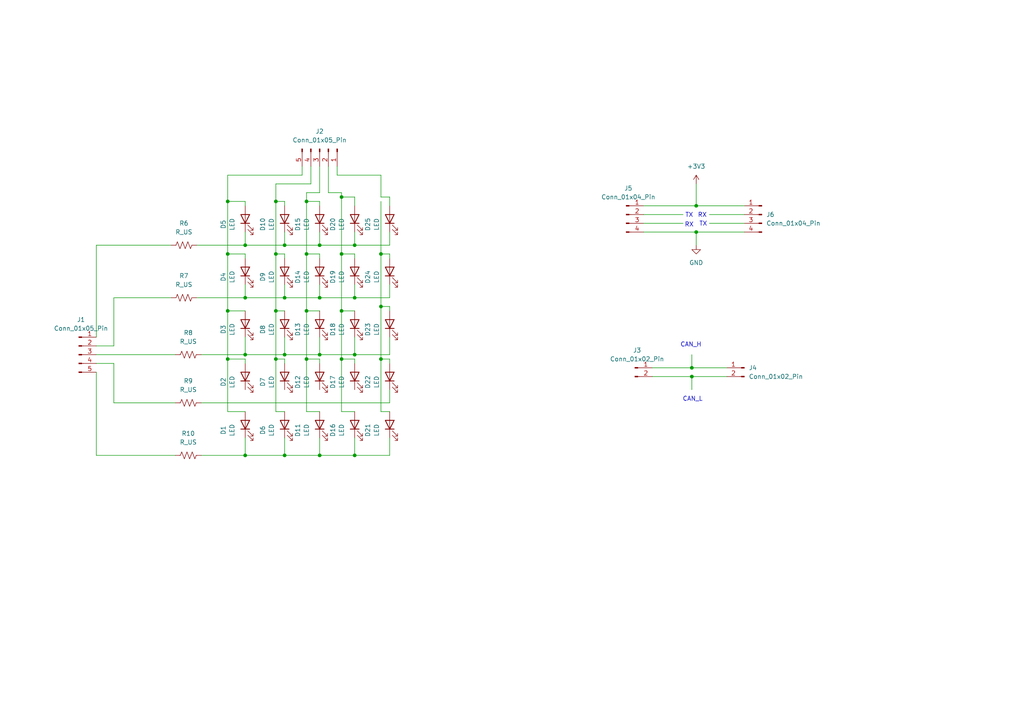
<source format=kicad_sch>
(kicad_sch
	(version 20231120)
	(generator "eeschema")
	(generator_version "8.0")
	(uuid "9b0cb511-e09e-4a5e-a0ac-3abe93e5be68")
	(paper "A4")
	(lib_symbols
		(symbol "Connector:Conn_01x02_Pin"
			(pin_names
				(offset 1.016) hide)
			(exclude_from_sim no)
			(in_bom yes)
			(on_board yes)
			(property "Reference" "J"
				(at 0 2.54 0)
				(effects
					(font
						(size 1.27 1.27)
					)
				)
			)
			(property "Value" "Conn_01x02_Pin"
				(at 0 -5.08 0)
				(effects
					(font
						(size 1.27 1.27)
					)
				)
			)
			(property "Footprint" ""
				(at 0 0 0)
				(effects
					(font
						(size 1.27 1.27)
					)
					(hide yes)
				)
			)
			(property "Datasheet" "~"
				(at 0 0 0)
				(effects
					(font
						(size 1.27 1.27)
					)
					(hide yes)
				)
			)
			(property "Description" "Generic connector, single row, 01x02, script generated"
				(at 0 0 0)
				(effects
					(font
						(size 1.27 1.27)
					)
					(hide yes)
				)
			)
			(property "ki_locked" ""
				(at 0 0 0)
				(effects
					(font
						(size 1.27 1.27)
					)
				)
			)
			(property "ki_keywords" "connector"
				(at 0 0 0)
				(effects
					(font
						(size 1.27 1.27)
					)
					(hide yes)
				)
			)
			(property "ki_fp_filters" "Connector*:*_1x??_*"
				(at 0 0 0)
				(effects
					(font
						(size 1.27 1.27)
					)
					(hide yes)
				)
			)
			(symbol "Conn_01x02_Pin_1_1"
				(polyline
					(pts
						(xy 1.27 -2.54) (xy 0.8636 -2.54)
					)
					(stroke
						(width 0.1524)
						(type default)
					)
					(fill
						(type none)
					)
				)
				(polyline
					(pts
						(xy 1.27 0) (xy 0.8636 0)
					)
					(stroke
						(width 0.1524)
						(type default)
					)
					(fill
						(type none)
					)
				)
				(rectangle
					(start 0.8636 -2.413)
					(end 0 -2.667)
					(stroke
						(width 0.1524)
						(type default)
					)
					(fill
						(type outline)
					)
				)
				(rectangle
					(start 0.8636 0.127)
					(end 0 -0.127)
					(stroke
						(width 0.1524)
						(type default)
					)
					(fill
						(type outline)
					)
				)
				(pin passive line
					(at 5.08 0 180)
					(length 3.81)
					(name "Pin_1"
						(effects
							(font
								(size 1.27 1.27)
							)
						)
					)
					(number "1"
						(effects
							(font
								(size 1.27 1.27)
							)
						)
					)
				)
				(pin passive line
					(at 5.08 -2.54 180)
					(length 3.81)
					(name "Pin_2"
						(effects
							(font
								(size 1.27 1.27)
							)
						)
					)
					(number "2"
						(effects
							(font
								(size 1.27 1.27)
							)
						)
					)
				)
			)
		)
		(symbol "Connector:Conn_01x04_Pin"
			(pin_names
				(offset 1.016) hide)
			(exclude_from_sim no)
			(in_bom yes)
			(on_board yes)
			(property "Reference" "J"
				(at 0 5.08 0)
				(effects
					(font
						(size 1.27 1.27)
					)
				)
			)
			(property "Value" "Conn_01x04_Pin"
				(at 0 -7.62 0)
				(effects
					(font
						(size 1.27 1.27)
					)
				)
			)
			(property "Footprint" ""
				(at 0 0 0)
				(effects
					(font
						(size 1.27 1.27)
					)
					(hide yes)
				)
			)
			(property "Datasheet" "~"
				(at 0 0 0)
				(effects
					(font
						(size 1.27 1.27)
					)
					(hide yes)
				)
			)
			(property "Description" "Generic connector, single row, 01x04, script generated"
				(at 0 0 0)
				(effects
					(font
						(size 1.27 1.27)
					)
					(hide yes)
				)
			)
			(property "ki_locked" ""
				(at 0 0 0)
				(effects
					(font
						(size 1.27 1.27)
					)
				)
			)
			(property "ki_keywords" "connector"
				(at 0 0 0)
				(effects
					(font
						(size 1.27 1.27)
					)
					(hide yes)
				)
			)
			(property "ki_fp_filters" "Connector*:*_1x??_*"
				(at 0 0 0)
				(effects
					(font
						(size 1.27 1.27)
					)
					(hide yes)
				)
			)
			(symbol "Conn_01x04_Pin_1_1"
				(polyline
					(pts
						(xy 1.27 -5.08) (xy 0.8636 -5.08)
					)
					(stroke
						(width 0.1524)
						(type default)
					)
					(fill
						(type none)
					)
				)
				(polyline
					(pts
						(xy 1.27 -2.54) (xy 0.8636 -2.54)
					)
					(stroke
						(width 0.1524)
						(type default)
					)
					(fill
						(type none)
					)
				)
				(polyline
					(pts
						(xy 1.27 0) (xy 0.8636 0)
					)
					(stroke
						(width 0.1524)
						(type default)
					)
					(fill
						(type none)
					)
				)
				(polyline
					(pts
						(xy 1.27 2.54) (xy 0.8636 2.54)
					)
					(stroke
						(width 0.1524)
						(type default)
					)
					(fill
						(type none)
					)
				)
				(rectangle
					(start 0.8636 -4.953)
					(end 0 -5.207)
					(stroke
						(width 0.1524)
						(type default)
					)
					(fill
						(type outline)
					)
				)
				(rectangle
					(start 0.8636 -2.413)
					(end 0 -2.667)
					(stroke
						(width 0.1524)
						(type default)
					)
					(fill
						(type outline)
					)
				)
				(rectangle
					(start 0.8636 0.127)
					(end 0 -0.127)
					(stroke
						(width 0.1524)
						(type default)
					)
					(fill
						(type outline)
					)
				)
				(rectangle
					(start 0.8636 2.667)
					(end 0 2.413)
					(stroke
						(width 0.1524)
						(type default)
					)
					(fill
						(type outline)
					)
				)
				(pin passive line
					(at 5.08 2.54 180)
					(length 3.81)
					(name "Pin_1"
						(effects
							(font
								(size 1.27 1.27)
							)
						)
					)
					(number "1"
						(effects
							(font
								(size 1.27 1.27)
							)
						)
					)
				)
				(pin passive line
					(at 5.08 0 180)
					(length 3.81)
					(name "Pin_2"
						(effects
							(font
								(size 1.27 1.27)
							)
						)
					)
					(number "2"
						(effects
							(font
								(size 1.27 1.27)
							)
						)
					)
				)
				(pin passive line
					(at 5.08 -2.54 180)
					(length 3.81)
					(name "Pin_3"
						(effects
							(font
								(size 1.27 1.27)
							)
						)
					)
					(number "3"
						(effects
							(font
								(size 1.27 1.27)
							)
						)
					)
				)
				(pin passive line
					(at 5.08 -5.08 180)
					(length 3.81)
					(name "Pin_4"
						(effects
							(font
								(size 1.27 1.27)
							)
						)
					)
					(number "4"
						(effects
							(font
								(size 1.27 1.27)
							)
						)
					)
				)
			)
		)
		(symbol "Connector:Conn_01x05_Pin"
			(pin_names
				(offset 1.016) hide)
			(exclude_from_sim no)
			(in_bom yes)
			(on_board yes)
			(property "Reference" "J"
				(at 0 7.62 0)
				(effects
					(font
						(size 1.27 1.27)
					)
				)
			)
			(property "Value" "Conn_01x05_Pin"
				(at 0 -7.62 0)
				(effects
					(font
						(size 1.27 1.27)
					)
				)
			)
			(property "Footprint" ""
				(at 0 0 0)
				(effects
					(font
						(size 1.27 1.27)
					)
					(hide yes)
				)
			)
			(property "Datasheet" "~"
				(at 0 0 0)
				(effects
					(font
						(size 1.27 1.27)
					)
					(hide yes)
				)
			)
			(property "Description" "Generic connector, single row, 01x05, script generated"
				(at 0 0 0)
				(effects
					(font
						(size 1.27 1.27)
					)
					(hide yes)
				)
			)
			(property "ki_locked" ""
				(at 0 0 0)
				(effects
					(font
						(size 1.27 1.27)
					)
				)
			)
			(property "ki_keywords" "connector"
				(at 0 0 0)
				(effects
					(font
						(size 1.27 1.27)
					)
					(hide yes)
				)
			)
			(property "ki_fp_filters" "Connector*:*_1x??_*"
				(at 0 0 0)
				(effects
					(font
						(size 1.27 1.27)
					)
					(hide yes)
				)
			)
			(symbol "Conn_01x05_Pin_1_1"
				(polyline
					(pts
						(xy 1.27 -5.08) (xy 0.8636 -5.08)
					)
					(stroke
						(width 0.1524)
						(type default)
					)
					(fill
						(type none)
					)
				)
				(polyline
					(pts
						(xy 1.27 -2.54) (xy 0.8636 -2.54)
					)
					(stroke
						(width 0.1524)
						(type default)
					)
					(fill
						(type none)
					)
				)
				(polyline
					(pts
						(xy 1.27 0) (xy 0.8636 0)
					)
					(stroke
						(width 0.1524)
						(type default)
					)
					(fill
						(type none)
					)
				)
				(polyline
					(pts
						(xy 1.27 2.54) (xy 0.8636 2.54)
					)
					(stroke
						(width 0.1524)
						(type default)
					)
					(fill
						(type none)
					)
				)
				(polyline
					(pts
						(xy 1.27 5.08) (xy 0.8636 5.08)
					)
					(stroke
						(width 0.1524)
						(type default)
					)
					(fill
						(type none)
					)
				)
				(rectangle
					(start 0.8636 -4.953)
					(end 0 -5.207)
					(stroke
						(width 0.1524)
						(type default)
					)
					(fill
						(type outline)
					)
				)
				(rectangle
					(start 0.8636 -2.413)
					(end 0 -2.667)
					(stroke
						(width 0.1524)
						(type default)
					)
					(fill
						(type outline)
					)
				)
				(rectangle
					(start 0.8636 0.127)
					(end 0 -0.127)
					(stroke
						(width 0.1524)
						(type default)
					)
					(fill
						(type outline)
					)
				)
				(rectangle
					(start 0.8636 2.667)
					(end 0 2.413)
					(stroke
						(width 0.1524)
						(type default)
					)
					(fill
						(type outline)
					)
				)
				(rectangle
					(start 0.8636 5.207)
					(end 0 4.953)
					(stroke
						(width 0.1524)
						(type default)
					)
					(fill
						(type outline)
					)
				)
				(pin passive line
					(at 5.08 5.08 180)
					(length 3.81)
					(name "Pin_1"
						(effects
							(font
								(size 1.27 1.27)
							)
						)
					)
					(number "1"
						(effects
							(font
								(size 1.27 1.27)
							)
						)
					)
				)
				(pin passive line
					(at 5.08 2.54 180)
					(length 3.81)
					(name "Pin_2"
						(effects
							(font
								(size 1.27 1.27)
							)
						)
					)
					(number "2"
						(effects
							(font
								(size 1.27 1.27)
							)
						)
					)
				)
				(pin passive line
					(at 5.08 0 180)
					(length 3.81)
					(name "Pin_3"
						(effects
							(font
								(size 1.27 1.27)
							)
						)
					)
					(number "3"
						(effects
							(font
								(size 1.27 1.27)
							)
						)
					)
				)
				(pin passive line
					(at 5.08 -2.54 180)
					(length 3.81)
					(name "Pin_4"
						(effects
							(font
								(size 1.27 1.27)
							)
						)
					)
					(number "4"
						(effects
							(font
								(size 1.27 1.27)
							)
						)
					)
				)
				(pin passive line
					(at 5.08 -5.08 180)
					(length 3.81)
					(name "Pin_5"
						(effects
							(font
								(size 1.27 1.27)
							)
						)
					)
					(number "5"
						(effects
							(font
								(size 1.27 1.27)
							)
						)
					)
				)
			)
		)
		(symbol "Device:LED"
			(pin_numbers hide)
			(pin_names
				(offset 1.016) hide)
			(exclude_from_sim no)
			(in_bom yes)
			(on_board yes)
			(property "Reference" "D"
				(at 0 2.54 0)
				(effects
					(font
						(size 1.27 1.27)
					)
				)
			)
			(property "Value" "LED"
				(at 0 -2.54 0)
				(effects
					(font
						(size 1.27 1.27)
					)
				)
			)
			(property "Footprint" ""
				(at 0 0 0)
				(effects
					(font
						(size 1.27 1.27)
					)
					(hide yes)
				)
			)
			(property "Datasheet" "~"
				(at 0 0 0)
				(effects
					(font
						(size 1.27 1.27)
					)
					(hide yes)
				)
			)
			(property "Description" "Light emitting diode"
				(at 0 0 0)
				(effects
					(font
						(size 1.27 1.27)
					)
					(hide yes)
				)
			)
			(property "ki_keywords" "LED diode"
				(at 0 0 0)
				(effects
					(font
						(size 1.27 1.27)
					)
					(hide yes)
				)
			)
			(property "ki_fp_filters" "LED* LED_SMD:* LED_THT:*"
				(at 0 0 0)
				(effects
					(font
						(size 1.27 1.27)
					)
					(hide yes)
				)
			)
			(symbol "LED_0_1"
				(polyline
					(pts
						(xy -1.27 -1.27) (xy -1.27 1.27)
					)
					(stroke
						(width 0.254)
						(type default)
					)
					(fill
						(type none)
					)
				)
				(polyline
					(pts
						(xy -1.27 0) (xy 1.27 0)
					)
					(stroke
						(width 0)
						(type default)
					)
					(fill
						(type none)
					)
				)
				(polyline
					(pts
						(xy 1.27 -1.27) (xy 1.27 1.27) (xy -1.27 0) (xy 1.27 -1.27)
					)
					(stroke
						(width 0.254)
						(type default)
					)
					(fill
						(type none)
					)
				)
				(polyline
					(pts
						(xy -3.048 -0.762) (xy -4.572 -2.286) (xy -3.81 -2.286) (xy -4.572 -2.286) (xy -4.572 -1.524)
					)
					(stroke
						(width 0)
						(type default)
					)
					(fill
						(type none)
					)
				)
				(polyline
					(pts
						(xy -1.778 -0.762) (xy -3.302 -2.286) (xy -2.54 -2.286) (xy -3.302 -2.286) (xy -3.302 -1.524)
					)
					(stroke
						(width 0)
						(type default)
					)
					(fill
						(type none)
					)
				)
			)
			(symbol "LED_1_1"
				(pin passive line
					(at -3.81 0 0)
					(length 2.54)
					(name "K"
						(effects
							(font
								(size 1.27 1.27)
							)
						)
					)
					(number "1"
						(effects
							(font
								(size 1.27 1.27)
							)
						)
					)
				)
				(pin passive line
					(at 3.81 0 180)
					(length 2.54)
					(name "A"
						(effects
							(font
								(size 1.27 1.27)
							)
						)
					)
					(number "2"
						(effects
							(font
								(size 1.27 1.27)
							)
						)
					)
				)
			)
		)
		(symbol "Device:R_US"
			(pin_numbers hide)
			(pin_names
				(offset 0)
			)
			(exclude_from_sim no)
			(in_bom yes)
			(on_board yes)
			(property "Reference" "R"
				(at 2.54 0 90)
				(effects
					(font
						(size 1.27 1.27)
					)
				)
			)
			(property "Value" "R_US"
				(at -2.54 0 90)
				(effects
					(font
						(size 1.27 1.27)
					)
				)
			)
			(property "Footprint" ""
				(at 1.016 -0.254 90)
				(effects
					(font
						(size 1.27 1.27)
					)
					(hide yes)
				)
			)
			(property "Datasheet" "~"
				(at 0 0 0)
				(effects
					(font
						(size 1.27 1.27)
					)
					(hide yes)
				)
			)
			(property "Description" "Resistor, US symbol"
				(at 0 0 0)
				(effects
					(font
						(size 1.27 1.27)
					)
					(hide yes)
				)
			)
			(property "ki_keywords" "R res resistor"
				(at 0 0 0)
				(effects
					(font
						(size 1.27 1.27)
					)
					(hide yes)
				)
			)
			(property "ki_fp_filters" "R_*"
				(at 0 0 0)
				(effects
					(font
						(size 1.27 1.27)
					)
					(hide yes)
				)
			)
			(symbol "R_US_0_1"
				(polyline
					(pts
						(xy 0 -2.286) (xy 0 -2.54)
					)
					(stroke
						(width 0)
						(type default)
					)
					(fill
						(type none)
					)
				)
				(polyline
					(pts
						(xy 0 2.286) (xy 0 2.54)
					)
					(stroke
						(width 0)
						(type default)
					)
					(fill
						(type none)
					)
				)
				(polyline
					(pts
						(xy 0 -0.762) (xy 1.016 -1.143) (xy 0 -1.524) (xy -1.016 -1.905) (xy 0 -2.286)
					)
					(stroke
						(width 0)
						(type default)
					)
					(fill
						(type none)
					)
				)
				(polyline
					(pts
						(xy 0 0.762) (xy 1.016 0.381) (xy 0 0) (xy -1.016 -0.381) (xy 0 -0.762)
					)
					(stroke
						(width 0)
						(type default)
					)
					(fill
						(type none)
					)
				)
				(polyline
					(pts
						(xy 0 2.286) (xy 1.016 1.905) (xy 0 1.524) (xy -1.016 1.143) (xy 0 0.762)
					)
					(stroke
						(width 0)
						(type default)
					)
					(fill
						(type none)
					)
				)
			)
			(symbol "R_US_1_1"
				(pin passive line
					(at 0 3.81 270)
					(length 1.27)
					(name "~"
						(effects
							(font
								(size 1.27 1.27)
							)
						)
					)
					(number "1"
						(effects
							(font
								(size 1.27 1.27)
							)
						)
					)
				)
				(pin passive line
					(at 0 -3.81 90)
					(length 1.27)
					(name "~"
						(effects
							(font
								(size 1.27 1.27)
							)
						)
					)
					(number "2"
						(effects
							(font
								(size 1.27 1.27)
							)
						)
					)
				)
			)
		)
		(symbol "power:+3V3"
			(power)
			(pin_numbers hide)
			(pin_names
				(offset 0) hide)
			(exclude_from_sim no)
			(in_bom yes)
			(on_board yes)
			(property "Reference" "#PWR"
				(at 0 -3.81 0)
				(effects
					(font
						(size 1.27 1.27)
					)
					(hide yes)
				)
			)
			(property "Value" "+3V3"
				(at 0 3.556 0)
				(effects
					(font
						(size 1.27 1.27)
					)
				)
			)
			(property "Footprint" ""
				(at 0 0 0)
				(effects
					(font
						(size 1.27 1.27)
					)
					(hide yes)
				)
			)
			(property "Datasheet" ""
				(at 0 0 0)
				(effects
					(font
						(size 1.27 1.27)
					)
					(hide yes)
				)
			)
			(property "Description" "Power symbol creates a global label with name \"+3V3\""
				(at 0 0 0)
				(effects
					(font
						(size 1.27 1.27)
					)
					(hide yes)
				)
			)
			(property "ki_keywords" "global power"
				(at 0 0 0)
				(effects
					(font
						(size 1.27 1.27)
					)
					(hide yes)
				)
			)
			(symbol "+3V3_0_1"
				(polyline
					(pts
						(xy -0.762 1.27) (xy 0 2.54)
					)
					(stroke
						(width 0)
						(type default)
					)
					(fill
						(type none)
					)
				)
				(polyline
					(pts
						(xy 0 0) (xy 0 2.54)
					)
					(stroke
						(width 0)
						(type default)
					)
					(fill
						(type none)
					)
				)
				(polyline
					(pts
						(xy 0 2.54) (xy 0.762 1.27)
					)
					(stroke
						(width 0)
						(type default)
					)
					(fill
						(type none)
					)
				)
			)
			(symbol "+3V3_1_1"
				(pin power_in line
					(at 0 0 90)
					(length 0)
					(name "~"
						(effects
							(font
								(size 1.27 1.27)
							)
						)
					)
					(number "1"
						(effects
							(font
								(size 1.27 1.27)
							)
						)
					)
				)
			)
		)
		(symbol "power:GND"
			(power)
			(pin_numbers hide)
			(pin_names
				(offset 0) hide)
			(exclude_from_sim no)
			(in_bom yes)
			(on_board yes)
			(property "Reference" "#PWR"
				(at 0 -6.35 0)
				(effects
					(font
						(size 1.27 1.27)
					)
					(hide yes)
				)
			)
			(property "Value" "GND"
				(at 0 -3.81 0)
				(effects
					(font
						(size 1.27 1.27)
					)
				)
			)
			(property "Footprint" ""
				(at 0 0 0)
				(effects
					(font
						(size 1.27 1.27)
					)
					(hide yes)
				)
			)
			(property "Datasheet" ""
				(at 0 0 0)
				(effects
					(font
						(size 1.27 1.27)
					)
					(hide yes)
				)
			)
			(property "Description" "Power symbol creates a global label with name \"GND\" , ground"
				(at 0 0 0)
				(effects
					(font
						(size 1.27 1.27)
					)
					(hide yes)
				)
			)
			(property "ki_keywords" "global power"
				(at 0 0 0)
				(effects
					(font
						(size 1.27 1.27)
					)
					(hide yes)
				)
			)
			(symbol "GND_0_1"
				(polyline
					(pts
						(xy 0 0) (xy 0 -1.27) (xy 1.27 -1.27) (xy 0 -2.54) (xy -1.27 -1.27) (xy 0 -1.27)
					)
					(stroke
						(width 0)
						(type default)
					)
					(fill
						(type none)
					)
				)
			)
			(symbol "GND_1_1"
				(pin power_in line
					(at 0 0 270)
					(length 0)
					(name "~"
						(effects
							(font
								(size 1.27 1.27)
							)
						)
					)
					(number "1"
						(effects
							(font
								(size 1.27 1.27)
							)
						)
					)
				)
			)
		)
	)
	(junction
		(at 66.04 104.14)
		(diameter 0)
		(color 0 0 0 0)
		(uuid "057d53de-fbbb-46cd-866a-f906c0ca7fa8")
	)
	(junction
		(at 80.01 58.42)
		(diameter 0)
		(color 0 0 0 0)
		(uuid "16bf74a7-3ef8-4f2c-9e21-e801b63e2f83")
	)
	(junction
		(at 99.06 104.14)
		(diameter 0)
		(color 0 0 0 0)
		(uuid "1fa61f97-3ac6-42f4-bd0b-8541e5dbe6e8")
	)
	(junction
		(at 82.55 71.12)
		(diameter 0)
		(color 0 0 0 0)
		(uuid "207e5ab7-6446-48f6-ade5-19f10c808394")
	)
	(junction
		(at 71.12 71.12)
		(diameter 0)
		(color 0 0 0 0)
		(uuid "2397e7cc-6b65-45f8-8962-5f75a1c27758")
	)
	(junction
		(at 102.87 132.08)
		(diameter 0)
		(color 0 0 0 0)
		(uuid "31978cf0-50f8-4b51-9d4a-5438cc327d42")
	)
	(junction
		(at 200.66 106.68)
		(diameter 0)
		(color 0 0 0 0)
		(uuid "349d8528-60a5-4159-bb76-41d90c069406")
	)
	(junction
		(at 71.12 102.87)
		(diameter 0)
		(color 0 0 0 0)
		(uuid "3b6dcdbf-e8ea-4555-833d-86b66944ac91")
	)
	(junction
		(at 66.04 73.66)
		(diameter 0)
		(color 0 0 0 0)
		(uuid "42055458-90a1-409c-842e-2bfbecfc457c")
	)
	(junction
		(at 66.04 58.42)
		(diameter 0)
		(color 0 0 0 0)
		(uuid "553c29bb-df2b-44ee-a5eb-5ade228d1cda")
	)
	(junction
		(at 102.87 71.12)
		(diameter 0)
		(color 0 0 0 0)
		(uuid "57ee512f-5751-4744-9fd1-fb5ca8f75b4e")
	)
	(junction
		(at 88.9 73.66)
		(diameter 0)
		(color 0 0 0 0)
		(uuid "59c1e1cf-0645-446c-ba9c-ad609738c2ab")
	)
	(junction
		(at 92.71 71.12)
		(diameter 0)
		(color 0 0 0 0)
		(uuid "5c7ea561-e55e-47e9-a118-c2aa1059625a")
	)
	(junction
		(at 80.01 90.17)
		(diameter 0)
		(color 0 0 0 0)
		(uuid "7145e2a5-7bf2-49a3-943c-a732caa31374")
	)
	(junction
		(at 110.49 88.9)
		(diameter 0)
		(color 0 0 0 0)
		(uuid "74d06d67-a193-4b52-87e4-e45a46bad3e1")
	)
	(junction
		(at 88.9 104.14)
		(diameter 0)
		(color 0 0 0 0)
		(uuid "7619e59c-68cd-4fbc-bdd9-f9efff725116")
	)
	(junction
		(at 82.55 132.08)
		(diameter 0)
		(color 0 0 0 0)
		(uuid "7ab5813f-217f-44ef-9c1d-17f4851ae0a3")
	)
	(junction
		(at 201.93 59.69)
		(diameter 0)
		(color 0 0 0 0)
		(uuid "8a41a970-8f69-44e9-8bf9-259cf8d1548a")
	)
	(junction
		(at 66.04 90.17)
		(diameter 0)
		(color 0 0 0 0)
		(uuid "9464bbf8-4e8a-4c09-b6cc-497b56a2849c")
	)
	(junction
		(at 99.06 90.17)
		(diameter 0)
		(color 0 0 0 0)
		(uuid "947950dc-6ac4-4b02-949b-3eb5ed7b83e0")
	)
	(junction
		(at 102.87 86.36)
		(diameter 0)
		(color 0 0 0 0)
		(uuid "9f8620bd-9018-43aa-b3c9-b9c64699a47c")
	)
	(junction
		(at 110.49 73.66)
		(diameter 0)
		(color 0 0 0 0)
		(uuid "a0ce0d36-c6a3-4e4e-8709-89d0ffa64cd1")
	)
	(junction
		(at 80.01 104.14)
		(diameter 0)
		(color 0 0 0 0)
		(uuid "a12f993f-a24e-4149-bf39-356fae15d52c")
	)
	(junction
		(at 102.87 102.87)
		(diameter 0)
		(color 0 0 0 0)
		(uuid "a274f0c2-1c8d-4084-b846-a3718cd9feff")
	)
	(junction
		(at 99.06 73.66)
		(diameter 0)
		(color 0 0 0 0)
		(uuid "ac3fbe20-8ddb-44cc-b401-31e8e60aed95")
	)
	(junction
		(at 80.01 73.66)
		(diameter 0)
		(color 0 0 0 0)
		(uuid "ae3611d2-9b98-4b99-b87b-3f15aa213966")
	)
	(junction
		(at 92.71 86.36)
		(diameter 0)
		(color 0 0 0 0)
		(uuid "b9f23974-4b72-4959-9863-b847ec2785af")
	)
	(junction
		(at 88.9 90.17)
		(diameter 0)
		(color 0 0 0 0)
		(uuid "bbbbc4e4-faa5-42a5-a6fb-08ef3ece2c6d")
	)
	(junction
		(at 92.71 102.87)
		(diameter 0)
		(color 0 0 0 0)
		(uuid "bed433b2-f462-44dc-b711-ac34f2e29c31")
	)
	(junction
		(at 110.49 104.14)
		(diameter 0)
		(color 0 0 0 0)
		(uuid "c168c948-26fa-4726-859e-05f9df65ce8c")
	)
	(junction
		(at 82.55 102.87)
		(diameter 0)
		(color 0 0 0 0)
		(uuid "cddd3c00-a01f-446f-8acd-95b84294dcdf")
	)
	(junction
		(at 71.12 132.08)
		(diameter 0)
		(color 0 0 0 0)
		(uuid "d2532d03-0a1a-4924-bec0-b7ebb691cb6b")
	)
	(junction
		(at 88.9 58.42)
		(diameter 0)
		(color 0 0 0 0)
		(uuid "d59e6ee6-637c-48e2-8b53-94d0b58c2372")
	)
	(junction
		(at 92.71 132.08)
		(diameter 0)
		(color 0 0 0 0)
		(uuid "d5ec185e-e9cd-416d-b3fc-d84c6fb6a4f3")
	)
	(junction
		(at 99.06 57.15)
		(diameter 0)
		(color 0 0 0 0)
		(uuid "d6ae3bf1-5500-4745-9f77-19082a8b8c52")
	)
	(junction
		(at 200.66 109.22)
		(diameter 0)
		(color 0 0 0 0)
		(uuid "ede2c9d8-68e3-4fa9-9df4-4cb086e76a64")
	)
	(junction
		(at 201.93 67.31)
		(diameter 0)
		(color 0 0 0 0)
		(uuid "f040487a-dd48-42a0-9c38-d23893c92374")
	)
	(junction
		(at 71.12 86.36)
		(diameter 0)
		(color 0 0 0 0)
		(uuid "f41b43a3-ab8d-4dd2-8b63-3de30ce71afb")
	)
	(junction
		(at 82.55 86.36)
		(diameter 0)
		(color 0 0 0 0)
		(uuid "f6112b95-7fd3-4841-8715-e29f318c9a1f")
	)
	(wire
		(pts
			(xy 110.49 73.66) (xy 113.03 73.66)
		)
		(stroke
			(width 0)
			(type default)
		)
		(uuid "026bb1ef-f2bc-4236-9c8d-ac7dcd76e0b9")
	)
	(wire
		(pts
			(xy 80.01 73.66) (xy 80.01 90.17)
		)
		(stroke
			(width 0)
			(type default)
		)
		(uuid "046d34f6-ce45-4fb3-bd60-6ef287ba6808")
	)
	(wire
		(pts
			(xy 33.02 86.36) (xy 33.02 100.33)
		)
		(stroke
			(width 0)
			(type default)
		)
		(uuid "04fa60a3-83cf-452f-bed2-5f90e998f921")
	)
	(wire
		(pts
			(xy 110.49 58.42) (xy 110.49 73.66)
		)
		(stroke
			(width 0)
			(type default)
		)
		(uuid "0504b6ad-c066-4144-9677-6b5c17c7733e")
	)
	(wire
		(pts
			(xy 92.71 97.79) (xy 92.71 102.87)
		)
		(stroke
			(width 0)
			(type default)
		)
		(uuid "067952bd-9469-44ca-9aaf-a98fe3d3684b")
	)
	(wire
		(pts
			(xy 66.04 119.38) (xy 71.12 119.38)
		)
		(stroke
			(width 0)
			(type default)
		)
		(uuid "07bd85f0-84b8-4bb8-b6aa-e5cd6aee4deb")
	)
	(wire
		(pts
			(xy 113.03 97.79) (xy 113.03 102.87)
		)
		(stroke
			(width 0)
			(type default)
		)
		(uuid "086103fc-7b26-43af-b4e6-3c1fdf7319fa")
	)
	(wire
		(pts
			(xy 88.9 104.14) (xy 92.71 104.14)
		)
		(stroke
			(width 0)
			(type default)
		)
		(uuid "08cc8ec3-0a32-48d3-ae5d-74d7399f6885")
	)
	(wire
		(pts
			(xy 99.06 57.15) (xy 102.87 57.15)
		)
		(stroke
			(width 0)
			(type default)
		)
		(uuid "0a6ad120-897f-44b0-a294-fbb7a77fabf5")
	)
	(wire
		(pts
			(xy 49.53 71.12) (xy 27.94 71.12)
		)
		(stroke
			(width 0)
			(type default)
		)
		(uuid "0bfd2b32-1911-47b6-ae66-64da34b0704c")
	)
	(wire
		(pts
			(xy 92.71 132.08) (xy 102.87 132.08)
		)
		(stroke
			(width 0)
			(type default)
		)
		(uuid "0c94f720-ab08-41af-9097-2eb0d4c24946")
	)
	(wire
		(pts
			(xy 33.02 116.84) (xy 33.02 105.41)
		)
		(stroke
			(width 0)
			(type default)
		)
		(uuid "0f59d6df-f532-40e0-afef-8f55371d653b")
	)
	(wire
		(pts
			(xy 200.66 102.87) (xy 200.66 106.68)
		)
		(stroke
			(width 0)
			(type default)
		)
		(uuid "107e7e70-2c59-4784-ac59-5550c4c15678")
	)
	(wire
		(pts
			(xy 92.71 67.31) (xy 92.71 71.12)
		)
		(stroke
			(width 0)
			(type default)
		)
		(uuid "10a0780a-793e-4989-9866-6748cfbd67ad")
	)
	(wire
		(pts
			(xy 80.01 104.14) (xy 80.01 119.38)
		)
		(stroke
			(width 0)
			(type default)
		)
		(uuid "10bb4ef7-a4c7-4e08-9b41-1fff898f0c84")
	)
	(wire
		(pts
			(xy 88.9 104.14) (xy 88.9 119.38)
		)
		(stroke
			(width 0)
			(type default)
		)
		(uuid "1378d2b3-bb01-4376-9a08-7fa723031cf6")
	)
	(wire
		(pts
			(xy 99.06 57.15) (xy 99.06 73.66)
		)
		(stroke
			(width 0)
			(type default)
		)
		(uuid "14b13762-e5be-41c5-9b17-af8b781eb7d1")
	)
	(wire
		(pts
			(xy 71.12 71.12) (xy 82.55 71.12)
		)
		(stroke
			(width 0)
			(type default)
		)
		(uuid "1597b661-cfde-4a83-90df-7c4fae118947")
	)
	(wire
		(pts
			(xy 102.87 82.55) (xy 102.87 86.36)
		)
		(stroke
			(width 0)
			(type default)
		)
		(uuid "15a43c22-745a-4939-8d61-154a07c49ce6")
	)
	(wire
		(pts
			(xy 102.87 127) (xy 102.87 132.08)
		)
		(stroke
			(width 0)
			(type default)
		)
		(uuid "15f3a888-35dd-4e1a-9fc5-b641b73cc5b6")
	)
	(wire
		(pts
			(xy 88.9 119.38) (xy 92.71 119.38)
		)
		(stroke
			(width 0)
			(type default)
		)
		(uuid "16e924da-646b-430e-8c42-0b9e322826ea")
	)
	(wire
		(pts
			(xy 71.12 86.36) (xy 82.55 86.36)
		)
		(stroke
			(width 0)
			(type default)
		)
		(uuid "17c3ee13-c14f-452f-980d-6b09340d81ff")
	)
	(wire
		(pts
			(xy 82.55 132.08) (xy 92.71 132.08)
		)
		(stroke
			(width 0)
			(type default)
		)
		(uuid "1b27f557-fa05-414b-93df-f06b00c6229c")
	)
	(wire
		(pts
			(xy 201.93 53.34) (xy 201.93 59.69)
		)
		(stroke
			(width 0)
			(type default)
		)
		(uuid "1dc4578d-2ac8-41ca-95ee-c96b3b74a40b")
	)
	(wire
		(pts
			(xy 201.93 67.31) (xy 215.9 67.31)
		)
		(stroke
			(width 0)
			(type default)
		)
		(uuid "1dcaf922-8fa3-43d6-868c-6710ad6e562d")
	)
	(wire
		(pts
			(xy 88.9 58.42) (xy 88.9 73.66)
		)
		(stroke
			(width 0)
			(type default)
		)
		(uuid "20a70e7d-66d1-4f07-993f-85f1cd01389a")
	)
	(wire
		(pts
			(xy 102.87 132.08) (xy 113.03 132.08)
		)
		(stroke
			(width 0)
			(type default)
		)
		(uuid "23364f29-11e6-4127-a78a-aec0ad684e0d")
	)
	(wire
		(pts
			(xy 186.69 62.23) (xy 198.12 62.23)
		)
		(stroke
			(width 0)
			(type default)
		)
		(uuid "24931050-ab23-4b42-a81f-ecbbc063417e")
	)
	(wire
		(pts
			(xy 110.49 88.9) (xy 113.03 88.9)
		)
		(stroke
			(width 0)
			(type default)
		)
		(uuid "24ec7626-3d3d-48c9-9591-12353caea1ee")
	)
	(wire
		(pts
			(xy 80.01 58.42) (xy 82.55 58.42)
		)
		(stroke
			(width 0)
			(type default)
		)
		(uuid "306f7565-9650-4145-8edf-a4de15d1b584")
	)
	(wire
		(pts
			(xy 80.01 73.66) (xy 82.55 73.66)
		)
		(stroke
			(width 0)
			(type default)
		)
		(uuid "31796359-e9e8-4051-a037-9d0bd4327869")
	)
	(wire
		(pts
			(xy 27.94 71.12) (xy 27.94 97.79)
		)
		(stroke
			(width 0)
			(type default)
		)
		(uuid "33214346-3a94-43f5-a60e-37aa242de043")
	)
	(wire
		(pts
			(xy 71.12 58.42) (xy 71.12 59.69)
		)
		(stroke
			(width 0)
			(type default)
		)
		(uuid "3392e0a3-e87d-4007-993d-d644b6fa7607")
	)
	(wire
		(pts
			(xy 205.74 64.77) (xy 215.9 64.77)
		)
		(stroke
			(width 0)
			(type default)
		)
		(uuid "342ebc0b-7a4d-47e7-a319-f3bbd87de204")
	)
	(wire
		(pts
			(xy 92.71 55.88) (xy 88.9 55.88)
		)
		(stroke
			(width 0)
			(type default)
		)
		(uuid "3508704e-31dd-4ff0-b47e-0c8c8e0f88ae")
	)
	(wire
		(pts
			(xy 92.71 127) (xy 92.71 132.08)
		)
		(stroke
			(width 0)
			(type default)
		)
		(uuid "35862f62-3670-4064-9ac7-38ae00822e54")
	)
	(wire
		(pts
			(xy 66.04 104.14) (xy 66.04 119.38)
		)
		(stroke
			(width 0)
			(type default)
		)
		(uuid "396a9b93-4bb0-44a6-a430-79bdb6c6c112")
	)
	(wire
		(pts
			(xy 88.9 55.88) (xy 88.9 58.42)
		)
		(stroke
			(width 0)
			(type default)
		)
		(uuid "39fe74a4-4229-4d12-abee-0fa935c72aff")
	)
	(wire
		(pts
			(xy 82.55 71.12) (xy 92.71 71.12)
		)
		(stroke
			(width 0)
			(type default)
		)
		(uuid "3a0ddda6-72e9-4880-8aa0-3524db9415df")
	)
	(wire
		(pts
			(xy 88.9 90.17) (xy 88.9 104.14)
		)
		(stroke
			(width 0)
			(type default)
		)
		(uuid "3ba43817-90b9-495a-aad5-653c40952fe2")
	)
	(wire
		(pts
			(xy 189.23 106.68) (xy 200.66 106.68)
		)
		(stroke
			(width 0)
			(type default)
		)
		(uuid "3c1500e7-8f60-40e4-a6c3-686d3699b3df")
	)
	(wire
		(pts
			(xy 113.03 82.55) (xy 113.03 86.36)
		)
		(stroke
			(width 0)
			(type default)
		)
		(uuid "3c3d4898-b1e2-421a-b610-a5fb36ecdb94")
	)
	(wire
		(pts
			(xy 90.17 48.26) (xy 90.17 53.34)
		)
		(stroke
			(width 0)
			(type default)
		)
		(uuid "3c82d7bd-f4b4-47c7-8ca0-52f2c10be819")
	)
	(wire
		(pts
			(xy 205.74 62.23) (xy 215.9 62.23)
		)
		(stroke
			(width 0)
			(type default)
		)
		(uuid "3cad2884-9418-4c5e-9a9b-58094396ec23")
	)
	(wire
		(pts
			(xy 186.69 67.31) (xy 201.93 67.31)
		)
		(stroke
			(width 0)
			(type default)
		)
		(uuid "3e17aad5-7658-41ac-bdc7-b622ae74067d")
	)
	(wire
		(pts
			(xy 92.71 58.42) (xy 92.71 59.69)
		)
		(stroke
			(width 0)
			(type default)
		)
		(uuid "3ee6b22a-06a4-43ba-9f0c-41482b5cb3b3")
	)
	(wire
		(pts
			(xy 58.42 102.87) (xy 71.12 102.87)
		)
		(stroke
			(width 0)
			(type default)
		)
		(uuid "416301b3-b87f-4176-8674-f374c5cacc33")
	)
	(wire
		(pts
			(xy 200.66 109.22) (xy 210.82 109.22)
		)
		(stroke
			(width 0)
			(type default)
		)
		(uuid "43cdcf11-864e-41b8-9091-eda3d2339b6a")
	)
	(wire
		(pts
			(xy 200.66 106.68) (xy 210.82 106.68)
		)
		(stroke
			(width 0)
			(type default)
		)
		(uuid "44b1cf80-a3c6-494f-b172-15dacdddbb14")
	)
	(wire
		(pts
			(xy 50.8 116.84) (xy 33.02 116.84)
		)
		(stroke
			(width 0)
			(type default)
		)
		(uuid "452a908c-f6a5-4c22-a969-f283bcd0cda9")
	)
	(wire
		(pts
			(xy 82.55 97.79) (xy 82.55 102.87)
		)
		(stroke
			(width 0)
			(type default)
		)
		(uuid "45414df8-7cf7-4cb8-ac7a-eb2b9f9d6d38")
	)
	(wire
		(pts
			(xy 113.03 67.31) (xy 113.03 71.12)
		)
		(stroke
			(width 0)
			(type default)
		)
		(uuid "461bedf3-6c03-4921-9adc-fa549d2deda4")
	)
	(wire
		(pts
			(xy 99.06 73.66) (xy 99.06 90.17)
		)
		(stroke
			(width 0)
			(type default)
		)
		(uuid "4666b7ca-921d-4693-881d-cb719e7ff0b4")
	)
	(wire
		(pts
			(xy 71.12 67.31) (xy 71.12 71.12)
		)
		(stroke
			(width 0)
			(type default)
		)
		(uuid "47f96c73-904c-4046-ab17-331812c3bb75")
	)
	(wire
		(pts
			(xy 97.79 50.8) (xy 110.49 50.8)
		)
		(stroke
			(width 0)
			(type default)
		)
		(uuid "485b4b49-f6a7-4307-9bd3-46d66d7839ce")
	)
	(wire
		(pts
			(xy 113.03 104.14) (xy 113.03 105.41)
		)
		(stroke
			(width 0)
			(type default)
		)
		(uuid "4e222c6a-2e32-4776-9dc0-0cb76af8e4fc")
	)
	(wire
		(pts
			(xy 113.03 127) (xy 113.03 132.08)
		)
		(stroke
			(width 0)
			(type default)
		)
		(uuid "4e7c5c45-811c-4e30-8c9a-64980da17eab")
	)
	(wire
		(pts
			(xy 71.12 73.66) (xy 71.12 74.93)
		)
		(stroke
			(width 0)
			(type default)
		)
		(uuid "4fea83b1-a56c-42a3-80da-eb1db92d8283")
	)
	(wire
		(pts
			(xy 66.04 58.42) (xy 66.04 73.66)
		)
		(stroke
			(width 0)
			(type default)
		)
		(uuid "556b5a1c-6523-4d67-8ff2-0ac551d20f73")
	)
	(wire
		(pts
			(xy 99.06 104.14) (xy 102.87 104.14)
		)
		(stroke
			(width 0)
			(type default)
		)
		(uuid "5707dbaa-cecc-4119-b32d-346935855e1a")
	)
	(wire
		(pts
			(xy 92.71 102.87) (xy 102.87 102.87)
		)
		(stroke
			(width 0)
			(type default)
		)
		(uuid "58773177-1861-4a60-a8b8-8e89fbbf9c3b")
	)
	(wire
		(pts
			(xy 80.01 58.42) (xy 80.01 73.66)
		)
		(stroke
			(width 0)
			(type default)
		)
		(uuid "58eeefc0-c99e-4a53-8fbf-1951ebd2f0c9")
	)
	(wire
		(pts
			(xy 99.06 73.66) (xy 102.87 73.66)
		)
		(stroke
			(width 0)
			(type default)
		)
		(uuid "5cf6a009-0ec5-4e87-b221-faf617406e41")
	)
	(wire
		(pts
			(xy 102.87 57.15) (xy 102.87 59.69)
		)
		(stroke
			(width 0)
			(type default)
		)
		(uuid "5d1e0bca-eaea-43db-b61c-fa20caffae22")
	)
	(wire
		(pts
			(xy 88.9 90.17) (xy 92.71 90.17)
		)
		(stroke
			(width 0)
			(type default)
		)
		(uuid "61383177-7d4d-4263-866d-f63dcfd2ce71")
	)
	(wire
		(pts
			(xy 110.49 73.66) (xy 110.49 88.9)
		)
		(stroke
			(width 0)
			(type default)
		)
		(uuid "634b6d4e-64db-42d2-9146-38d2f6662e1e")
	)
	(wire
		(pts
			(xy 82.55 67.31) (xy 82.55 71.12)
		)
		(stroke
			(width 0)
			(type default)
		)
		(uuid "684d6523-a9e4-4756-8df8-7497ecdc2bac")
	)
	(wire
		(pts
			(xy 186.69 59.69) (xy 201.93 59.69)
		)
		(stroke
			(width 0)
			(type default)
		)
		(uuid "6d6ce719-a6bd-4b3a-a91a-ff407ad8908a")
	)
	(wire
		(pts
			(xy 95.25 48.26) (xy 95.25 55.88)
		)
		(stroke
			(width 0)
			(type default)
		)
		(uuid "70571048-f199-4240-ac5b-ff8e87e6c2db")
	)
	(wire
		(pts
			(xy 201.93 59.69) (xy 215.9 59.69)
		)
		(stroke
			(width 0)
			(type default)
		)
		(uuid "75ffc3ba-f54d-4ff4-90b7-fd9adfd4bc96")
	)
	(wire
		(pts
			(xy 113.03 113.03) (xy 113.03 116.84)
		)
		(stroke
			(width 0)
			(type default)
		)
		(uuid "763d117f-35c4-4819-8c5c-2a164d8b93dc")
	)
	(wire
		(pts
			(xy 113.03 88.9) (xy 113.03 90.17)
		)
		(stroke
			(width 0)
			(type default)
		)
		(uuid "7b58d393-d56b-42d4-8eb0-558d63401936")
	)
	(wire
		(pts
			(xy 57.15 71.12) (xy 71.12 71.12)
		)
		(stroke
			(width 0)
			(type default)
		)
		(uuid "7b819f23-b0a0-4615-b9a8-6d3733495bb5")
	)
	(wire
		(pts
			(xy 80.01 53.34) (xy 80.01 58.42)
		)
		(stroke
			(width 0)
			(type default)
		)
		(uuid "7c4365b1-0a70-4ae2-bab0-e4b29ba3f083")
	)
	(wire
		(pts
			(xy 87.63 50.8) (xy 66.04 50.8)
		)
		(stroke
			(width 0)
			(type default)
		)
		(uuid "7ddee902-097e-4f21-bb58-dc9fa57e83b2")
	)
	(wire
		(pts
			(xy 82.55 127) (xy 82.55 132.08)
		)
		(stroke
			(width 0)
			(type default)
		)
		(uuid "7e362cd3-9bcc-41a5-8e14-cdc2af587f7d")
	)
	(wire
		(pts
			(xy 110.49 50.8) (xy 110.49 57.15)
		)
		(stroke
			(width 0)
			(type default)
		)
		(uuid "812d98b7-7708-495b-81d3-7fae5546d105")
	)
	(wire
		(pts
			(xy 92.71 82.55) (xy 92.71 86.36)
		)
		(stroke
			(width 0)
			(type default)
		)
		(uuid "83ad0629-8aa2-4097-bf3c-4202b27df984")
	)
	(wire
		(pts
			(xy 102.87 67.31) (xy 102.87 71.12)
		)
		(stroke
			(width 0)
			(type default)
		)
		(uuid "84ec9e31-e018-4c88-9d53-95a6bf16aa30")
	)
	(wire
		(pts
			(xy 99.06 119.38) (xy 102.87 119.38)
		)
		(stroke
			(width 0)
			(type default)
		)
		(uuid "84fdaa65-47fa-4fe8-8c7a-eb9fa89823b1")
	)
	(wire
		(pts
			(xy 49.53 86.36) (xy 33.02 86.36)
		)
		(stroke
			(width 0)
			(type default)
		)
		(uuid "876eb76b-6082-4fdd-b9e5-f0e9acb87cbf")
	)
	(wire
		(pts
			(xy 102.87 97.79) (xy 102.87 102.87)
		)
		(stroke
			(width 0)
			(type default)
		)
		(uuid "880eeff0-230d-473c-a8af-ec311f58d979")
	)
	(wire
		(pts
			(xy 99.06 90.17) (xy 102.87 90.17)
		)
		(stroke
			(width 0)
			(type default)
		)
		(uuid "8a134c4a-118f-4357-957b-1fe141735bbe")
	)
	(wire
		(pts
			(xy 99.06 104.14) (xy 99.06 119.38)
		)
		(stroke
			(width 0)
			(type default)
		)
		(uuid "8d569d2a-a482-4aac-bfc8-92908aead973")
	)
	(wire
		(pts
			(xy 82.55 82.55) (xy 82.55 86.36)
		)
		(stroke
			(width 0)
			(type default)
		)
		(uuid "8eebfe15-43c0-4328-8fba-11cb6d7ce77b")
	)
	(wire
		(pts
			(xy 27.94 100.33) (xy 33.02 100.33)
		)
		(stroke
			(width 0)
			(type default)
		)
		(uuid "901d0dc6-1586-40db-8ab3-0025d1a31870")
	)
	(wire
		(pts
			(xy 102.87 86.36) (xy 113.03 86.36)
		)
		(stroke
			(width 0)
			(type default)
		)
		(uuid "95b159bd-752d-4568-b68d-279375a5bc5a")
	)
	(wire
		(pts
			(xy 92.71 74.93) (xy 92.71 73.66)
		)
		(stroke
			(width 0)
			(type default)
		)
		(uuid "9694ed03-3d20-42aa-afc3-6fea1d0b4fc8")
	)
	(wire
		(pts
			(xy 110.49 88.9) (xy 110.49 104.14)
		)
		(stroke
			(width 0)
			(type default)
		)
		(uuid "99dcf3c9-86da-43f7-ab9b-bca5986a69f1")
	)
	(wire
		(pts
			(xy 113.03 57.15) (xy 113.03 59.69)
		)
		(stroke
			(width 0)
			(type default)
		)
		(uuid "9a005bf4-38bb-42ca-ab7e-57c1269e733d")
	)
	(wire
		(pts
			(xy 82.55 104.14) (xy 82.55 105.41)
		)
		(stroke
			(width 0)
			(type default)
		)
		(uuid "9a6841cc-04a6-4c52-adcb-2f77d1bc3da0")
	)
	(wire
		(pts
			(xy 102.87 104.14) (xy 102.87 105.41)
		)
		(stroke
			(width 0)
			(type default)
		)
		(uuid "a01b0c16-9200-4efd-86f3-f0ba6f1fc400")
	)
	(wire
		(pts
			(xy 110.49 104.14) (xy 110.49 119.38)
		)
		(stroke
			(width 0)
			(type default)
		)
		(uuid "a07cc73d-f363-44e6-92ab-92acce07cc82")
	)
	(wire
		(pts
			(xy 71.12 127) (xy 71.12 132.08)
		)
		(stroke
			(width 0)
			(type default)
		)
		(uuid "a19fb448-be6e-47d7-9acc-d264e99db2ea")
	)
	(wire
		(pts
			(xy 27.94 102.87) (xy 50.8 102.87)
		)
		(stroke
			(width 0)
			(type default)
		)
		(uuid "a383a877-028d-40a7-8401-78f73eec4b61")
	)
	(wire
		(pts
			(xy 80.01 90.17) (xy 80.01 104.14)
		)
		(stroke
			(width 0)
			(type default)
		)
		(uuid "a61b4012-1ee7-4e29-a127-40a5e0bc883e")
	)
	(wire
		(pts
			(xy 71.12 97.79) (xy 71.12 102.87)
		)
		(stroke
			(width 0)
			(type default)
		)
		(uuid "a76335aa-1e59-496c-a77f-56d13d90c78d")
	)
	(wire
		(pts
			(xy 66.04 58.42) (xy 71.12 58.42)
		)
		(stroke
			(width 0)
			(type default)
		)
		(uuid "a94421a5-c0b3-4674-90e8-cb2b6ed09211")
	)
	(wire
		(pts
			(xy 66.04 104.14) (xy 71.12 104.14)
		)
		(stroke
			(width 0)
			(type default)
		)
		(uuid "aa6384fe-155f-4e23-9840-2cd3fbb8ee12")
	)
	(wire
		(pts
			(xy 58.42 116.84) (xy 113.03 116.84)
		)
		(stroke
			(width 0)
			(type default)
		)
		(uuid "ac52ccea-7ac2-432d-9828-3a7a2161d81d")
	)
	(wire
		(pts
			(xy 88.9 58.42) (xy 92.71 58.42)
		)
		(stroke
			(width 0)
			(type default)
		)
		(uuid "aed2a6c4-fe26-4e04-95fb-d161a50e81ef")
	)
	(wire
		(pts
			(xy 50.8 132.08) (xy 27.94 132.08)
		)
		(stroke
			(width 0)
			(type default)
		)
		(uuid "af004ed3-a1fc-4288-87ca-d95c555a2139")
	)
	(wire
		(pts
			(xy 200.66 109.22) (xy 200.66 113.03)
		)
		(stroke
			(width 0)
			(type default)
		)
		(uuid "af0be0cb-9083-49fe-8220-3832994341d2")
	)
	(wire
		(pts
			(xy 27.94 107.95) (xy 27.94 132.08)
		)
		(stroke
			(width 0)
			(type default)
		)
		(uuid "afae02b2-ee6e-40f3-b864-65ee76859920")
	)
	(wire
		(pts
			(xy 82.55 102.87) (xy 92.71 102.87)
		)
		(stroke
			(width 0)
			(type default)
		)
		(uuid "afdc5bb9-6327-435a-ada6-bdb5635e5699")
	)
	(wire
		(pts
			(xy 80.01 104.14) (xy 82.55 104.14)
		)
		(stroke
			(width 0)
			(type default)
		)
		(uuid "b3b0a74c-010e-4e49-902e-62c87652e60c")
	)
	(wire
		(pts
			(xy 80.01 53.34) (xy 90.17 53.34)
		)
		(stroke
			(width 0)
			(type default)
		)
		(uuid "b4f3cf96-5be2-4ab5-ac07-5db1fd60d594")
	)
	(wire
		(pts
			(xy 92.71 71.12) (xy 102.87 71.12)
		)
		(stroke
			(width 0)
			(type default)
		)
		(uuid "b50d7202-7fd4-4922-bc01-ceaad05f16f6")
	)
	(wire
		(pts
			(xy 71.12 82.55) (xy 71.12 86.36)
		)
		(stroke
			(width 0)
			(type default)
		)
		(uuid "b6242dcc-a79a-4598-bda6-447ea7c55948")
	)
	(wire
		(pts
			(xy 102.87 71.12) (xy 113.03 71.12)
		)
		(stroke
			(width 0)
			(type default)
		)
		(uuid "b7b31f30-58eb-490c-ac02-e7c61ed81ea1")
	)
	(wire
		(pts
			(xy 80.01 119.38) (xy 82.55 119.38)
		)
		(stroke
			(width 0)
			(type default)
		)
		(uuid "bca951a5-fd0b-425d-8543-b06c62cf732e")
	)
	(wire
		(pts
			(xy 88.9 73.66) (xy 88.9 90.17)
		)
		(stroke
			(width 0)
			(type default)
		)
		(uuid "bf35312b-0f83-4d2b-9423-8a615b75eb18")
	)
	(wire
		(pts
			(xy 57.15 86.36) (xy 71.12 86.36)
		)
		(stroke
			(width 0)
			(type default)
		)
		(uuid "c02599b5-aa90-423b-80ed-d88ec31af7f9")
	)
	(wire
		(pts
			(xy 71.12 132.08) (xy 82.55 132.08)
		)
		(stroke
			(width 0)
			(type default)
		)
		(uuid "c29e757b-6f63-4734-9e7a-df91ccd3b63b")
	)
	(wire
		(pts
			(xy 99.06 55.88) (xy 99.06 57.15)
		)
		(stroke
			(width 0)
			(type default)
		)
		(uuid "c3ab68d5-34ec-4488-b9d7-50b48c9dde70")
	)
	(wire
		(pts
			(xy 82.55 74.93) (xy 82.55 73.66)
		)
		(stroke
			(width 0)
			(type default)
		)
		(uuid "c4479475-04b1-4b61-a02c-688e136e04c8")
	)
	(wire
		(pts
			(xy 66.04 90.17) (xy 66.04 104.14)
		)
		(stroke
			(width 0)
			(type default)
		)
		(uuid "c5ae1fea-d2af-4c8c-b023-d21b7ce7064a")
	)
	(wire
		(pts
			(xy 71.12 102.87) (xy 82.55 102.87)
		)
		(stroke
			(width 0)
			(type default)
		)
		(uuid "c9ce323c-2d72-4929-b998-6fe6f88ac78d")
	)
	(wire
		(pts
			(xy 113.03 73.66) (xy 113.03 74.93)
		)
		(stroke
			(width 0)
			(type default)
		)
		(uuid "c9d6c9c6-73aa-4289-90bd-0c8fbe48865e")
	)
	(wire
		(pts
			(xy 71.12 104.14) (xy 71.12 105.41)
		)
		(stroke
			(width 0)
			(type default)
		)
		(uuid "cbc86a3a-28c2-4417-82f1-8850ef1815a6")
	)
	(wire
		(pts
			(xy 97.79 48.26) (xy 97.79 50.8)
		)
		(stroke
			(width 0)
			(type default)
		)
		(uuid "cc0ef709-ae3f-41ce-82d9-737dcc0be670")
	)
	(wire
		(pts
			(xy 110.49 57.15) (xy 113.03 57.15)
		)
		(stroke
			(width 0)
			(type default)
		)
		(uuid "cdb8e5dc-93a7-42ac-b893-40a3f7125ef0")
	)
	(wire
		(pts
			(xy 99.06 90.17) (xy 99.06 104.14)
		)
		(stroke
			(width 0)
			(type default)
		)
		(uuid "ce67b701-be2e-4b0a-972c-e42b98d3382e")
	)
	(wire
		(pts
			(xy 66.04 50.8) (xy 66.04 58.42)
		)
		(stroke
			(width 0)
			(type default)
		)
		(uuid "ceadd43f-c100-4979-ae8e-cf6cd58a5535")
	)
	(wire
		(pts
			(xy 82.55 58.42) (xy 82.55 59.69)
		)
		(stroke
			(width 0)
			(type default)
		)
		(uuid "cebdccb5-bd4a-4a35-8f02-dcd76f2231d3")
	)
	(wire
		(pts
			(xy 58.42 132.08) (xy 71.12 132.08)
		)
		(stroke
			(width 0)
			(type default)
		)
		(uuid "d045de83-3ac2-4c1b-b91e-df8554362947")
	)
	(wire
		(pts
			(xy 92.71 104.14) (xy 92.71 105.41)
		)
		(stroke
			(width 0)
			(type default)
		)
		(uuid "d4c29f27-14e9-42f9-bab6-c3104cc4b3df")
	)
	(wire
		(pts
			(xy 186.69 64.77) (xy 198.12 64.77)
		)
		(stroke
			(width 0)
			(type default)
		)
		(uuid "dcf91fb9-9773-46c9-aa60-86859fee0fb5")
	)
	(wire
		(pts
			(xy 189.23 109.22) (xy 200.66 109.22)
		)
		(stroke
			(width 0)
			(type default)
		)
		(uuid "dfd7538d-f44e-4242-9405-c87619a4cc49")
	)
	(wire
		(pts
			(xy 92.71 86.36) (xy 102.87 86.36)
		)
		(stroke
			(width 0)
			(type default)
		)
		(uuid "e21c2546-d2e0-4829-b412-1aedb7df4889")
	)
	(wire
		(pts
			(xy 102.87 102.87) (xy 113.03 102.87)
		)
		(stroke
			(width 0)
			(type default)
		)
		(uuid "e6810b54-5478-412e-b4e4-ea2b86b425b2")
	)
	(wire
		(pts
			(xy 66.04 90.17) (xy 71.12 90.17)
		)
		(stroke
			(width 0)
			(type default)
		)
		(uuid "e686a4c5-328d-4d2b-ad51-9638e7a04584")
	)
	(wire
		(pts
			(xy 82.55 86.36) (xy 92.71 86.36)
		)
		(stroke
			(width 0)
			(type default)
		)
		(uuid "e7b8782c-2f8d-45b7-9517-670811989be8")
	)
	(wire
		(pts
			(xy 95.25 55.88) (xy 99.06 55.88)
		)
		(stroke
			(width 0)
			(type default)
		)
		(uuid "e8aedbd3-dda8-4cd6-9dd0-92c92c24fadd")
	)
	(wire
		(pts
			(xy 87.63 48.26) (xy 87.63 50.8)
		)
		(stroke
			(width 0)
			(type default)
		)
		(uuid "ecd084d2-23b8-403c-921c-2e1d6f0dd5a0")
	)
	(wire
		(pts
			(xy 92.71 48.26) (xy 92.71 55.88)
		)
		(stroke
			(width 0)
			(type default)
		)
		(uuid "ef8e8ea7-82ad-4a6c-95d6-ca7c2af65603")
	)
	(wire
		(pts
			(xy 110.49 104.14) (xy 113.03 104.14)
		)
		(stroke
			(width 0)
			(type default)
		)
		(uuid "ef931ee4-6145-434e-b05c-b4375b5b0a03")
	)
	(wire
		(pts
			(xy 66.04 73.66) (xy 71.12 73.66)
		)
		(stroke
			(width 0)
			(type default)
		)
		(uuid "efed323c-bb33-4383-9d4b-0c88ca6f5c2f")
	)
	(wire
		(pts
			(xy 201.93 67.31) (xy 201.93 71.12)
		)
		(stroke
			(width 0)
			(type default)
		)
		(uuid "f1624662-7e92-4ce1-9211-e07cc92b9197")
	)
	(wire
		(pts
			(xy 66.04 73.66) (xy 66.04 90.17)
		)
		(stroke
			(width 0)
			(type default)
		)
		(uuid "f20e2da6-ae92-4b6b-a4ee-91cf126dd6e7")
	)
	(wire
		(pts
			(xy 102.87 74.93) (xy 102.87 73.66)
		)
		(stroke
			(width 0)
			(type default)
		)
		(uuid "f2cae503-1b38-4310-ac37-96f4548784bc")
	)
	(wire
		(pts
			(xy 80.01 90.17) (xy 82.55 90.17)
		)
		(stroke
			(width 0)
			(type default)
		)
		(uuid "f43d126a-c2b7-4de7-ada8-cff898dfd9df")
	)
	(wire
		(pts
			(xy 110.49 119.38) (xy 113.03 119.38)
		)
		(stroke
			(width 0)
			(type default)
		)
		(uuid "f78e47d2-8dca-40cc-ae15-a3a3040213ba")
	)
	(wire
		(pts
			(xy 27.94 105.41) (xy 33.02 105.41)
		)
		(stroke
			(width 0)
			(type default)
		)
		(uuid "fd747fb3-f94e-4ce7-8ec5-4a3d9266e59e")
	)
	(wire
		(pts
			(xy 88.9 73.66) (xy 92.71 73.66)
		)
		(stroke
			(width 0)
			(type default)
		)
		(uuid "fed2ef41-2869-4405-8ce9-b2e6c33003a2")
	)
	(text "CAN_H"
		(exclude_from_sim no)
		(at 200.406 100.076 0)
		(effects
			(font
				(size 1.27 1.27)
			)
		)
		(uuid "11970101-bc71-41c8-bcd3-5ecff3b2294e")
	)
	(text "CAN_L"
		(exclude_from_sim no)
		(at 200.914 115.824 0)
		(effects
			(font
				(size 1.27 1.27)
			)
		)
		(uuid "9ebb7ca4-71de-44f4-9247-3f7e63239d08")
	)
	(text "RX"
		(exclude_from_sim no)
		(at 199.898 65.278 0)
		(effects
			(font
				(size 1.27 1.27)
			)
		)
		(uuid "ba2cd392-83e9-4352-aca5-21d0b70130a0")
	)
	(text "TX"
		(exclude_from_sim no)
		(at 203.962 65.024 0)
		(effects
			(font
				(size 1.27 1.27)
			)
		)
		(uuid "bfb5f8b2-9fa3-45f6-bd65-ee61b075a10f")
	)
	(text "RX"
		(exclude_from_sim no)
		(at 203.708 62.484 0)
		(effects
			(font
				(size 1.27 1.27)
			)
		)
		(uuid "ca7b19d6-da58-4974-9b61-1f08689880d9")
	)
	(text "TX"
		(exclude_from_sim no)
		(at 199.898 62.484 0)
		(effects
			(font
				(size 1.27 1.27)
			)
		)
		(uuid "f9385a02-1b76-462e-be96-d21448261d75")
	)
	(symbol
		(lib_id "Connector:Conn_01x05_Pin")
		(at 92.71 43.18 270)
		(unit 1)
		(exclude_from_sim no)
		(in_bom yes)
		(on_board yes)
		(dnp no)
		(fields_autoplaced yes)
		(uuid "04326f8e-9b1c-4934-80f5-2d8a4e2d2203")
		(property "Reference" "J2"
			(at 92.71 38.1 90)
			(effects
				(font
					(size 1.27 1.27)
				)
			)
		)
		(property "Value" "Conn_01x05_Pin"
			(at 92.71 40.64 90)
			(effects
				(font
					(size 1.27 1.27)
				)
			)
		)
		(property "Footprint" ""
			(at 92.71 43.18 0)
			(effects
				(font
					(size 1.27 1.27)
				)
				(hide yes)
			)
		)
		(property "Datasheet" "~"
			(at 92.71 43.18 0)
			(effects
				(font
					(size 1.27 1.27)
				)
				(hide yes)
			)
		)
		(property "Description" "Generic connector, single row, 01x05, script generated"
			(at 92.71 43.18 0)
			(effects
				(font
					(size 1.27 1.27)
				)
				(hide yes)
			)
		)
		(pin "5"
			(uuid "f7f0c353-7ff3-4c9c-8beb-9eddb0049067")
		)
		(pin "3"
			(uuid "61012d20-0f3b-4da8-b901-8af92e74862d")
		)
		(pin "1"
			(uuid "c7e7f19e-48f4-417f-99af-4b7c1dd4ca29")
		)
		(pin "4"
			(uuid "56b51136-0116-4758-aa5c-dcd0d3a4cd60")
		)
		(pin "2"
			(uuid "518a9b94-e5cd-44e4-bc42-360ddf55023f")
		)
		(instances
			(project ""
				(path "/9b0cb511-e09e-4a5e-a0ac-3abe93e5be68"
					(reference "J2")
					(unit 1)
				)
			)
		)
	)
	(symbol
		(lib_id "Device:LED")
		(at 82.55 109.22 90)
		(unit 1)
		(exclude_from_sim no)
		(in_bom yes)
		(on_board yes)
		(dnp no)
		(fields_autoplaced yes)
		(uuid "06f93134-844d-41c7-ae79-bac0396243b8")
		(property "Reference" "D7"
			(at 76.2 110.8075 0)
			(effects
				(font
					(size 1.27 1.27)
				)
			)
		)
		(property "Value" "LED"
			(at 78.74 110.8075 0)
			(effects
				(font
					(size 1.27 1.27)
				)
			)
		)
		(property "Footprint" ""
			(at 82.55 109.22 0)
			(effects
				(font
					(size 1.27 1.27)
				)
				(hide yes)
			)
		)
		(property "Datasheet" "~"
			(at 82.55 109.22 0)
			(effects
				(font
					(size 1.27 1.27)
				)
				(hide yes)
			)
		)
		(property "Description" "Light emitting diode"
			(at 82.55 109.22 0)
			(effects
				(font
					(size 1.27 1.27)
				)
				(hide yes)
			)
		)
		(pin "1"
			(uuid "1c211c70-56e3-4329-aba6-de5888073d0b")
		)
		(pin "2"
			(uuid "4ba4f6fc-cd7f-4c5a-8047-c1f3f77d1025")
		)
		(instances
			(project ""
				(path "/9b0cb511-e09e-4a5e-a0ac-3abe93e5be68"
					(reference "D7")
					(unit 1)
				)
			)
		)
	)
	(symbol
		(lib_id "Device:LED")
		(at 92.71 109.22 90)
		(unit 1)
		(exclude_from_sim no)
		(in_bom yes)
		(on_board yes)
		(dnp no)
		(fields_autoplaced yes)
		(uuid "08c45206-d99f-43b0-a224-76f4ed26563c")
		(property "Reference" "D12"
			(at 86.36 110.8075 0)
			(effects
				(font
					(size 1.27 1.27)
				)
			)
		)
		(property "Value" "LED"
			(at 88.9 110.8075 0)
			(effects
				(font
					(size 1.27 1.27)
				)
			)
		)
		(property "Footprint" ""
			(at 92.71 109.22 0)
			(effects
				(font
					(size 1.27 1.27)
				)
				(hide yes)
			)
		)
		(property "Datasheet" "~"
			(at 92.71 109.22 0)
			(effects
				(font
					(size 1.27 1.27)
				)
				(hide yes)
			)
		)
		(property "Description" "Light emitting diode"
			(at 92.71 109.22 0)
			(effects
				(font
					(size 1.27 1.27)
				)
				(hide yes)
			)
		)
		(pin "1"
			(uuid "1c211c70-56e3-4329-aba6-de5888073d0b")
		)
		(pin "2"
			(uuid "4ba4f6fc-cd7f-4c5a-8047-c1f3f77d1025")
		)
		(instances
			(project ""
				(path "/9b0cb511-e09e-4a5e-a0ac-3abe93e5be68"
					(reference "D12")
					(unit 1)
				)
			)
		)
	)
	(symbol
		(lib_id "Device:LED")
		(at 102.87 63.5 90)
		(unit 1)
		(exclude_from_sim no)
		(in_bom yes)
		(on_board yes)
		(dnp no)
		(fields_autoplaced yes)
		(uuid "1210c2ca-a25b-460a-8421-2b30c62bb53d")
		(property "Reference" "D20"
			(at 96.52 65.0875 0)
			(effects
				(font
					(size 1.27 1.27)
				)
			)
		)
		(property "Value" "LED"
			(at 99.06 65.0875 0)
			(effects
				(font
					(size 1.27 1.27)
				)
			)
		)
		(property "Footprint" ""
			(at 102.87 63.5 0)
			(effects
				(font
					(size 1.27 1.27)
				)
				(hide yes)
			)
		)
		(property "Datasheet" "~"
			(at 102.87 63.5 0)
			(effects
				(font
					(size 1.27 1.27)
				)
				(hide yes)
			)
		)
		(property "Description" "Light emitting diode"
			(at 102.87 63.5 0)
			(effects
				(font
					(size 1.27 1.27)
				)
				(hide yes)
			)
		)
		(pin "1"
			(uuid "1c211c70-56e3-4329-aba6-de5888073d0b")
		)
		(pin "2"
			(uuid "4ba4f6fc-cd7f-4c5a-8047-c1f3f77d1025")
		)
		(instances
			(project ""
				(path "/9b0cb511-e09e-4a5e-a0ac-3abe93e5be68"
					(reference "D20")
					(unit 1)
				)
			)
		)
	)
	(symbol
		(lib_id "Connector:Conn_01x04_Pin")
		(at 220.98 62.23 0)
		(mirror y)
		(unit 1)
		(exclude_from_sim no)
		(in_bom yes)
		(on_board yes)
		(dnp no)
		(fields_autoplaced yes)
		(uuid "1b90a922-fb1e-4613-834b-1d0b75189c85")
		(property "Reference" "J6"
			(at 222.25 62.2299 0)
			(effects
				(font
					(size 1.27 1.27)
				)
				(justify right)
			)
		)
		(property "Value" "Conn_01x04_Pin"
			(at 222.25 64.7699 0)
			(effects
				(font
					(size 1.27 1.27)
				)
				(justify right)
			)
		)
		(property "Footprint" ""
			(at 220.98 62.23 0)
			(effects
				(font
					(size 1.27 1.27)
				)
				(hide yes)
			)
		)
		(property "Datasheet" "~"
			(at 220.98 62.23 0)
			(effects
				(font
					(size 1.27 1.27)
				)
				(hide yes)
			)
		)
		(property "Description" "Generic connector, single row, 01x04, script generated"
			(at 220.98 62.23 0)
			(effects
				(font
					(size 1.27 1.27)
				)
				(hide yes)
			)
		)
		(pin "1"
			(uuid "29592761-e7cc-4704-8faa-e25c54d4b7da")
		)
		(pin "2"
			(uuid "1cc07a81-4c73-4e84-abaf-165c83b84506")
		)
		(pin "3"
			(uuid "a9ac1be6-8aa2-40c6-b68c-a7a63a544cc4")
		)
		(pin "4"
			(uuid "ae17a2af-917d-4f8f-8fe2-02140122cbeb")
		)
		(instances
			(project ""
				(path "/9b0cb511-e09e-4a5e-a0ac-3abe93e5be68"
					(reference "J6")
					(unit 1)
				)
			)
		)
	)
	(symbol
		(lib_id "Device:LED")
		(at 113.03 123.19 90)
		(unit 1)
		(exclude_from_sim no)
		(in_bom yes)
		(on_board yes)
		(dnp no)
		(fields_autoplaced yes)
		(uuid "1c2e8840-ff50-46c7-8b48-0d0cede4cdc0")
		(property "Reference" "D21"
			(at 106.68 124.7775 0)
			(effects
				(font
					(size 1.27 1.27)
				)
			)
		)
		(property "Value" "LED"
			(at 109.22 124.7775 0)
			(effects
				(font
					(size 1.27 1.27)
				)
			)
		)
		(property "Footprint" ""
			(at 113.03 123.19 0)
			(effects
				(font
					(size 1.27 1.27)
				)
				(hide yes)
			)
		)
		(property "Datasheet" "~"
			(at 113.03 123.19 0)
			(effects
				(font
					(size 1.27 1.27)
				)
				(hide yes)
			)
		)
		(property "Description" "Light emitting diode"
			(at 113.03 123.19 0)
			(effects
				(font
					(size 1.27 1.27)
				)
				(hide yes)
			)
		)
		(pin "1"
			(uuid "1c211c70-56e3-4329-aba6-de5888073d0b")
		)
		(pin "2"
			(uuid "4ba4f6fc-cd7f-4c5a-8047-c1f3f77d1025")
		)
		(instances
			(project ""
				(path "/9b0cb511-e09e-4a5e-a0ac-3abe93e5be68"
					(reference "D21")
					(unit 1)
				)
			)
		)
	)
	(symbol
		(lib_id "Device:R_US")
		(at 54.61 132.08 270)
		(unit 1)
		(exclude_from_sim no)
		(in_bom yes)
		(on_board yes)
		(dnp no)
		(fields_autoplaced yes)
		(uuid "20bc6f06-3173-4c02-b729-e34f079ab00b")
		(property "Reference" "R10"
			(at 54.61 125.73 90)
			(effects
				(font
					(size 1.27 1.27)
				)
			)
		)
		(property "Value" "R_US"
			(at 54.61 128.27 90)
			(effects
				(font
					(size 1.27 1.27)
				)
			)
		)
		(property "Footprint" ""
			(at 54.356 133.096 90)
			(effects
				(font
					(size 1.27 1.27)
				)
				(hide yes)
			)
		)
		(property "Datasheet" "~"
			(at 54.61 132.08 0)
			(effects
				(font
					(size 1.27 1.27)
				)
				(hide yes)
			)
		)
		(property "Description" "Resistor, US symbol"
			(at 54.61 132.08 0)
			(effects
				(font
					(size 1.27 1.27)
				)
				(hide yes)
			)
		)
		(pin "2"
			(uuid "610407a5-ca42-40e5-9234-f6d69fc160f7")
		)
		(pin "1"
			(uuid "e21316a6-22c2-48f9-a445-5dc490b19a7f")
		)
		(instances
			(project "onboarding project"
				(path "/9b0cb511-e09e-4a5e-a0ac-3abe93e5be68"
					(reference "R10")
					(unit 1)
				)
			)
		)
	)
	(symbol
		(lib_id "Device:LED")
		(at 71.12 63.5 90)
		(unit 1)
		(exclude_from_sim no)
		(in_bom yes)
		(on_board yes)
		(dnp no)
		(fields_autoplaced yes)
		(uuid "31128340-a603-4538-9696-c7276ca91ee1")
		(property "Reference" "D5"
			(at 64.77 65.0875 0)
			(effects
				(font
					(size 1.27 1.27)
				)
			)
		)
		(property "Value" "LED"
			(at 67.31 65.0875 0)
			(effects
				(font
					(size 1.27 1.27)
				)
			)
		)
		(property "Footprint" ""
			(at 71.12 63.5 0)
			(effects
				(font
					(size 1.27 1.27)
				)
				(hide yes)
			)
		)
		(property "Datasheet" "~"
			(at 71.12 63.5 0)
			(effects
				(font
					(size 1.27 1.27)
				)
				(hide yes)
			)
		)
		(property "Description" "Light emitting diode"
			(at 71.12 63.5 0)
			(effects
				(font
					(size 1.27 1.27)
				)
				(hide yes)
			)
		)
		(pin "1"
			(uuid "1c211c70-56e3-4329-aba6-de5888073d0b")
		)
		(pin "2"
			(uuid "4ba4f6fc-cd7f-4c5a-8047-c1f3f77d1025")
		)
		(instances
			(project ""
				(path "/9b0cb511-e09e-4a5e-a0ac-3abe93e5be68"
					(reference "D5")
					(unit 1)
				)
			)
		)
	)
	(symbol
		(lib_id "Device:LED")
		(at 92.71 123.19 90)
		(unit 1)
		(exclude_from_sim no)
		(in_bom yes)
		(on_board yes)
		(dnp no)
		(fields_autoplaced yes)
		(uuid "48238fed-246a-4adb-9dd4-dab438288577")
		(property "Reference" "D11"
			(at 86.36 124.7775 0)
			(effects
				(font
					(size 1.27 1.27)
				)
			)
		)
		(property "Value" "LED"
			(at 88.9 124.7775 0)
			(effects
				(font
					(size 1.27 1.27)
				)
			)
		)
		(property "Footprint" ""
			(at 92.71 123.19 0)
			(effects
				(font
					(size 1.27 1.27)
				)
				(hide yes)
			)
		)
		(property "Datasheet" "~"
			(at 92.71 123.19 0)
			(effects
				(font
					(size 1.27 1.27)
				)
				(hide yes)
			)
		)
		(property "Description" "Light emitting diode"
			(at 92.71 123.19 0)
			(effects
				(font
					(size 1.27 1.27)
				)
				(hide yes)
			)
		)
		(pin "1"
			(uuid "1c211c70-56e3-4329-aba6-de5888073d0b")
		)
		(pin "2"
			(uuid "4ba4f6fc-cd7f-4c5a-8047-c1f3f77d1025")
		)
		(instances
			(project ""
				(path "/9b0cb511-e09e-4a5e-a0ac-3abe93e5be68"
					(reference "D11")
					(unit 1)
				)
			)
		)
	)
	(symbol
		(lib_id "Device:LED")
		(at 82.55 93.98 90)
		(unit 1)
		(exclude_from_sim no)
		(in_bom yes)
		(on_board yes)
		(dnp no)
		(fields_autoplaced yes)
		(uuid "4b8da86b-1dc3-455d-a271-5cd21dd870a0")
		(property "Reference" "D8"
			(at 76.2 95.5675 0)
			(effects
				(font
					(size 1.27 1.27)
				)
			)
		)
		(property "Value" "LED"
			(at 78.74 95.5675 0)
			(effects
				(font
					(size 1.27 1.27)
				)
			)
		)
		(property "Footprint" ""
			(at 82.55 93.98 0)
			(effects
				(font
					(size 1.27 1.27)
				)
				(hide yes)
			)
		)
		(property "Datasheet" "~"
			(at 82.55 93.98 0)
			(effects
				(font
					(size 1.27 1.27)
				)
				(hide yes)
			)
		)
		(property "Description" "Light emitting diode"
			(at 82.55 93.98 0)
			(effects
				(font
					(size 1.27 1.27)
				)
				(hide yes)
			)
		)
		(pin "1"
			(uuid "1c211c70-56e3-4329-aba6-de5888073d0b")
		)
		(pin "2"
			(uuid "4ba4f6fc-cd7f-4c5a-8047-c1f3f77d1025")
		)
		(instances
			(project ""
				(path "/9b0cb511-e09e-4a5e-a0ac-3abe93e5be68"
					(reference "D8")
					(unit 1)
				)
			)
		)
	)
	(symbol
		(lib_id "Connector:Conn_01x02_Pin")
		(at 184.15 106.68 0)
		(unit 1)
		(exclude_from_sim no)
		(in_bom yes)
		(on_board yes)
		(dnp no)
		(fields_autoplaced yes)
		(uuid "4b94a2f7-1bdd-4cd9-9eca-4d41c17fdd68")
		(property "Reference" "J3"
			(at 184.785 101.6 0)
			(effects
				(font
					(size 1.27 1.27)
				)
			)
		)
		(property "Value" "Conn_01x02_Pin"
			(at 184.785 104.14 0)
			(effects
				(font
					(size 1.27 1.27)
				)
			)
		)
		(property "Footprint" ""
			(at 184.15 106.68 0)
			(effects
				(font
					(size 1.27 1.27)
				)
				(hide yes)
			)
		)
		(property "Datasheet" "~"
			(at 184.15 106.68 0)
			(effects
				(font
					(size 1.27 1.27)
				)
				(hide yes)
			)
		)
		(property "Description" "Generic connector, single row, 01x02, script generated"
			(at 184.15 106.68 0)
			(effects
				(font
					(size 1.27 1.27)
				)
				(hide yes)
			)
		)
		(pin "2"
			(uuid "ee890191-e9be-403c-b5d8-d9564a7fc803")
		)
		(pin "1"
			(uuid "134cc4c4-8e02-4e07-8127-e20935d89851")
		)
		(instances
			(project ""
				(path "/9b0cb511-e09e-4a5e-a0ac-3abe93e5be68"
					(reference "J3")
					(unit 1)
				)
			)
		)
	)
	(symbol
		(lib_id "Device:LED")
		(at 71.12 93.98 90)
		(unit 1)
		(exclude_from_sim no)
		(in_bom yes)
		(on_board yes)
		(dnp no)
		(fields_autoplaced yes)
		(uuid "51117429-b367-4b56-bc7a-6854548c84e9")
		(property "Reference" "D3"
			(at 64.77 95.5675 0)
			(effects
				(font
					(size 1.27 1.27)
				)
			)
		)
		(property "Value" "LED"
			(at 67.31 95.5675 0)
			(effects
				(font
					(size 1.27 1.27)
				)
			)
		)
		(property "Footprint" ""
			(at 71.12 93.98 0)
			(effects
				(font
					(size 1.27 1.27)
				)
				(hide yes)
			)
		)
		(property "Datasheet" "~"
			(at 71.12 93.98 0)
			(effects
				(font
					(size 1.27 1.27)
				)
				(hide yes)
			)
		)
		(property "Description" "Light emitting diode"
			(at 71.12 93.98 0)
			(effects
				(font
					(size 1.27 1.27)
				)
				(hide yes)
			)
		)
		(pin "2"
			(uuid "dba3335c-1e3a-4288-a1ca-f0601cdda5d4")
		)
		(pin "1"
			(uuid "37530ec7-0a47-480e-8cd9-644fbb9d48e8")
		)
		(instances
			(project ""
				(path "/9b0cb511-e09e-4a5e-a0ac-3abe93e5be68"
					(reference "D3")
					(unit 1)
				)
			)
		)
	)
	(symbol
		(lib_id "Device:LED")
		(at 113.03 63.5 90)
		(unit 1)
		(exclude_from_sim no)
		(in_bom yes)
		(on_board yes)
		(dnp no)
		(fields_autoplaced yes)
		(uuid "57c641e2-5df8-4826-a042-cc8bee0c7728")
		(property "Reference" "D25"
			(at 106.68 65.0875 0)
			(effects
				(font
					(size 1.27 1.27)
				)
			)
		)
		(property "Value" "LED"
			(at 109.22 65.0875 0)
			(effects
				(font
					(size 1.27 1.27)
				)
			)
		)
		(property "Footprint" ""
			(at 113.03 63.5 0)
			(effects
				(font
					(size 1.27 1.27)
				)
				(hide yes)
			)
		)
		(property "Datasheet" "~"
			(at 113.03 63.5 0)
			(effects
				(font
					(size 1.27 1.27)
				)
				(hide yes)
			)
		)
		(property "Description" "Light emitting diode"
			(at 113.03 63.5 0)
			(effects
				(font
					(size 1.27 1.27)
				)
				(hide yes)
			)
		)
		(pin "1"
			(uuid "1c211c70-56e3-4329-aba6-de5888073d0b")
		)
		(pin "2"
			(uuid "4ba4f6fc-cd7f-4c5a-8047-c1f3f77d1025")
		)
		(instances
			(project ""
				(path "/9b0cb511-e09e-4a5e-a0ac-3abe93e5be68"
					(reference "D25")
					(unit 1)
				)
			)
		)
	)
	(symbol
		(lib_id "Connector:Conn_01x05_Pin")
		(at 22.86 102.87 0)
		(unit 1)
		(exclude_from_sim no)
		(in_bom yes)
		(on_board yes)
		(dnp no)
		(fields_autoplaced yes)
		(uuid "5fc0a707-cda3-4e0d-a22e-98bbb5872b68")
		(property "Reference" "J1"
			(at 23.495 92.71 0)
			(effects
				(font
					(size 1.27 1.27)
				)
			)
		)
		(property "Value" "Conn_01x05_Pin"
			(at 23.495 95.25 0)
			(effects
				(font
					(size 1.27 1.27)
				)
			)
		)
		(property "Footprint" ""
			(at 22.86 102.87 0)
			(effects
				(font
					(size 1.27 1.27)
				)
				(hide yes)
			)
		)
		(property "Datasheet" "~"
			(at 22.86 102.87 0)
			(effects
				(font
					(size 1.27 1.27)
				)
				(hide yes)
			)
		)
		(property "Description" "Generic connector, single row, 01x05, script generated"
			(at 22.86 102.87 0)
			(effects
				(font
					(size 1.27 1.27)
				)
				(hide yes)
			)
		)
		(pin "5"
			(uuid "ed7953f2-3fba-42a8-9043-bb564fc978bd")
		)
		(pin "4"
			(uuid "58a28723-eadd-4688-a9ba-8a9b2ffc2e96")
		)
		(pin "1"
			(uuid "8832ce50-44f3-444c-96a0-2796a8f11e09")
		)
		(pin "3"
			(uuid "4234f0dc-844d-4d17-a9e7-bca2321d391c")
		)
		(pin "2"
			(uuid "4df26e86-7a18-4a2b-bf54-cd6c7bca11e1")
		)
		(instances
			(project ""
				(path "/9b0cb511-e09e-4a5e-a0ac-3abe93e5be68"
					(reference "J1")
					(unit 1)
				)
			)
		)
	)
	(symbol
		(lib_id "Device:LED")
		(at 92.71 63.5 90)
		(unit 1)
		(exclude_from_sim no)
		(in_bom yes)
		(on_board yes)
		(dnp no)
		(fields_autoplaced yes)
		(uuid "6e964c02-5565-4e17-be5e-72fdfffb6cad")
		(property "Reference" "D15"
			(at 86.36 65.0875 0)
			(effects
				(font
					(size 1.27 1.27)
				)
			)
		)
		(property "Value" "LED"
			(at 88.9 65.0875 0)
			(effects
				(font
					(size 1.27 1.27)
				)
			)
		)
		(property "Footprint" ""
			(at 92.71 63.5 0)
			(effects
				(font
					(size 1.27 1.27)
				)
				(hide yes)
			)
		)
		(property "Datasheet" "~"
			(at 92.71 63.5 0)
			(effects
				(font
					(size 1.27 1.27)
				)
				(hide yes)
			)
		)
		(property "Description" "Light emitting diode"
			(at 92.71 63.5 0)
			(effects
				(font
					(size 1.27 1.27)
				)
				(hide yes)
			)
		)
		(pin "1"
			(uuid "1c211c70-56e3-4329-aba6-de5888073d0b")
		)
		(pin "2"
			(uuid "4ba4f6fc-cd7f-4c5a-8047-c1f3f77d1025")
		)
		(instances
			(project ""
				(path "/9b0cb511-e09e-4a5e-a0ac-3abe93e5be68"
					(reference "D15")
					(unit 1)
				)
			)
		)
	)
	(symbol
		(lib_id "Device:LED")
		(at 113.03 109.22 90)
		(unit 1)
		(exclude_from_sim no)
		(in_bom yes)
		(on_board yes)
		(dnp no)
		(fields_autoplaced yes)
		(uuid "75be9314-87f0-4095-961f-2c63bad90fde")
		(property "Reference" "D22"
			(at 106.68 110.8075 0)
			(effects
				(font
					(size 1.27 1.27)
				)
			)
		)
		(property "Value" "LED"
			(at 109.22 110.8075 0)
			(effects
				(font
					(size 1.27 1.27)
				)
			)
		)
		(property "Footprint" ""
			(at 113.03 109.22 0)
			(effects
				(font
					(size 1.27 1.27)
				)
				(hide yes)
			)
		)
		(property "Datasheet" "~"
			(at 113.03 109.22 0)
			(effects
				(font
					(size 1.27 1.27)
				)
				(hide yes)
			)
		)
		(property "Description" "Light emitting diode"
			(at 113.03 109.22 0)
			(effects
				(font
					(size 1.27 1.27)
				)
				(hide yes)
			)
		)
		(pin "1"
			(uuid "1c211c70-56e3-4329-aba6-de5888073d0b")
		)
		(pin "2"
			(uuid "4ba4f6fc-cd7f-4c5a-8047-c1f3f77d1025")
		)
		(instances
			(project ""
				(path "/9b0cb511-e09e-4a5e-a0ac-3abe93e5be68"
					(reference "D22")
					(unit 1)
				)
			)
		)
	)
	(symbol
		(lib_id "power:GND")
		(at 201.93 71.12 0)
		(unit 1)
		(exclude_from_sim no)
		(in_bom yes)
		(on_board yes)
		(dnp no)
		(fields_autoplaced yes)
		(uuid "82b5470f-8353-459a-ab58-2f2156304ff0")
		(property "Reference" "#PWR01"
			(at 201.93 77.47 0)
			(effects
				(font
					(size 1.27 1.27)
				)
				(hide yes)
			)
		)
		(property "Value" "GND"
			(at 201.93 76.2 0)
			(effects
				(font
					(size 1.27 1.27)
				)
			)
		)
		(property "Footprint" ""
			(at 201.93 71.12 0)
			(effects
				(font
					(size 1.27 1.27)
				)
				(hide yes)
			)
		)
		(property "Datasheet" ""
			(at 201.93 71.12 0)
			(effects
				(font
					(size 1.27 1.27)
				)
				(hide yes)
			)
		)
		(property "Description" "Power symbol creates a global label with name \"GND\" , ground"
			(at 201.93 71.12 0)
			(effects
				(font
					(size 1.27 1.27)
				)
				(hide yes)
			)
		)
		(pin "1"
			(uuid "76c1f5a5-6b4f-4b8e-a254-9913bd021ac3")
		)
		(instances
			(project ""
				(path "/9b0cb511-e09e-4a5e-a0ac-3abe93e5be68"
					(reference "#PWR01")
					(unit 1)
				)
			)
		)
	)
	(symbol
		(lib_id "Device:LED")
		(at 113.03 93.98 90)
		(unit 1)
		(exclude_from_sim no)
		(in_bom yes)
		(on_board yes)
		(dnp no)
		(fields_autoplaced yes)
		(uuid "8673b7e7-0922-4f35-9dbd-61ae19201547")
		(property "Reference" "D23"
			(at 106.68 95.5675 0)
			(effects
				(font
					(size 1.27 1.27)
				)
			)
		)
		(property "Value" "LED"
			(at 109.22 95.5675 0)
			(effects
				(font
					(size 1.27 1.27)
				)
			)
		)
		(property "Footprint" ""
			(at 113.03 93.98 0)
			(effects
				(font
					(size 1.27 1.27)
				)
				(hide yes)
			)
		)
		(property "Datasheet" "~"
			(at 113.03 93.98 0)
			(effects
				(font
					(size 1.27 1.27)
				)
				(hide yes)
			)
		)
		(property "Description" "Light emitting diode"
			(at 113.03 93.98 0)
			(effects
				(font
					(size 1.27 1.27)
				)
				(hide yes)
			)
		)
		(pin "1"
			(uuid "1c211c70-56e3-4329-aba6-de5888073d0b")
		)
		(pin "2"
			(uuid "4ba4f6fc-cd7f-4c5a-8047-c1f3f77d1025")
		)
		(instances
			(project ""
				(path "/9b0cb511-e09e-4a5e-a0ac-3abe93e5be68"
					(reference "D23")
					(unit 1)
				)
			)
		)
	)
	(symbol
		(lib_id "Device:R_US")
		(at 53.34 86.36 270)
		(unit 1)
		(exclude_from_sim no)
		(in_bom yes)
		(on_board yes)
		(dnp no)
		(fields_autoplaced yes)
		(uuid "8b0177d5-016a-4fbb-b07b-0f76bc46ebce")
		(property "Reference" "R7"
			(at 53.34 80.01 90)
			(effects
				(font
					(size 1.27 1.27)
				)
			)
		)
		(property "Value" "R_US"
			(at 53.34 82.55 90)
			(effects
				(font
					(size 1.27 1.27)
				)
			)
		)
		(property "Footprint" ""
			(at 53.086 87.376 90)
			(effects
				(font
					(size 1.27 1.27)
				)
				(hide yes)
			)
		)
		(property "Datasheet" "~"
			(at 53.34 86.36 0)
			(effects
				(font
					(size 1.27 1.27)
				)
				(hide yes)
			)
		)
		(property "Description" "Resistor, US symbol"
			(at 53.34 86.36 0)
			(effects
				(font
					(size 1.27 1.27)
				)
				(hide yes)
			)
		)
		(pin "2"
			(uuid "e85a7ba5-559a-4a5b-9243-3e3b45913c95")
		)
		(pin "1"
			(uuid "fa08dbfb-eb2e-49df-ab21-b98df9e93d00")
		)
		(instances
			(project "onboarding project"
				(path "/9b0cb511-e09e-4a5e-a0ac-3abe93e5be68"
					(reference "R7")
					(unit 1)
				)
			)
		)
	)
	(symbol
		(lib_id "Device:LED")
		(at 102.87 93.98 90)
		(unit 1)
		(exclude_from_sim no)
		(in_bom yes)
		(on_board yes)
		(dnp no)
		(fields_autoplaced yes)
		(uuid "9cd65065-486f-4bd5-804d-721fcca17194")
		(property "Reference" "D18"
			(at 96.52 95.5675 0)
			(effects
				(font
					(size 1.27 1.27)
				)
			)
		)
		(property "Value" "LED"
			(at 99.06 95.5675 0)
			(effects
				(font
					(size 1.27 1.27)
				)
			)
		)
		(property "Footprint" ""
			(at 102.87 93.98 0)
			(effects
				(font
					(size 1.27 1.27)
				)
				(hide yes)
			)
		)
		(property "Datasheet" "~"
			(at 102.87 93.98 0)
			(effects
				(font
					(size 1.27 1.27)
				)
				(hide yes)
			)
		)
		(property "Description" "Light emitting diode"
			(at 102.87 93.98 0)
			(effects
				(font
					(size 1.27 1.27)
				)
				(hide yes)
			)
		)
		(pin "1"
			(uuid "1c211c70-56e3-4329-aba6-de5888073d0b")
		)
		(pin "2"
			(uuid "4ba4f6fc-cd7f-4c5a-8047-c1f3f77d1025")
		)
		(instances
			(project ""
				(path "/9b0cb511-e09e-4a5e-a0ac-3abe93e5be68"
					(reference "D18")
					(unit 1)
				)
			)
		)
	)
	(symbol
		(lib_id "Device:LED")
		(at 92.71 78.74 90)
		(unit 1)
		(exclude_from_sim no)
		(in_bom yes)
		(on_board yes)
		(dnp no)
		(fields_autoplaced yes)
		(uuid "a383db35-79ff-47ee-bdf8-9be97018813b")
		(property "Reference" "D14"
			(at 86.36 80.3275 0)
			(effects
				(font
					(size 1.27 1.27)
				)
			)
		)
		(property "Value" "LED"
			(at 88.9 80.3275 0)
			(effects
				(font
					(size 1.27 1.27)
				)
			)
		)
		(property "Footprint" ""
			(at 92.71 78.74 0)
			(effects
				(font
					(size 1.27 1.27)
				)
				(hide yes)
			)
		)
		(property "Datasheet" "~"
			(at 92.71 78.74 0)
			(effects
				(font
					(size 1.27 1.27)
				)
				(hide yes)
			)
		)
		(property "Description" "Light emitting diode"
			(at 92.71 78.74 0)
			(effects
				(font
					(size 1.27 1.27)
				)
				(hide yes)
			)
		)
		(pin "1"
			(uuid "1c211c70-56e3-4329-aba6-de5888073d0b")
		)
		(pin "2"
			(uuid "4ba4f6fc-cd7f-4c5a-8047-c1f3f77d1025")
		)
		(instances
			(project ""
				(path "/9b0cb511-e09e-4a5e-a0ac-3abe93e5be68"
					(reference "D14")
					(unit 1)
				)
			)
		)
	)
	(symbol
		(lib_id "power:+3V3")
		(at 201.93 53.34 0)
		(unit 1)
		(exclude_from_sim no)
		(in_bom yes)
		(on_board yes)
		(dnp no)
		(fields_autoplaced yes)
		(uuid "a4e97a6a-dff2-4ac3-abba-0f0b03a86fc5")
		(property "Reference" "#PWR02"
			(at 201.93 57.15 0)
			(effects
				(font
					(size 1.27 1.27)
				)
				(hide yes)
			)
		)
		(property "Value" "+3V3"
			(at 201.93 48.26 0)
			(effects
				(font
					(size 1.27 1.27)
				)
			)
		)
		(property "Footprint" ""
			(at 201.93 53.34 0)
			(effects
				(font
					(size 1.27 1.27)
				)
				(hide yes)
			)
		)
		(property "Datasheet" ""
			(at 201.93 53.34 0)
			(effects
				(font
					(size 1.27 1.27)
				)
				(hide yes)
			)
		)
		(property "Description" "Power symbol creates a global label with name \"+3V3\""
			(at 201.93 53.34 0)
			(effects
				(font
					(size 1.27 1.27)
				)
				(hide yes)
			)
		)
		(pin "1"
			(uuid "e1bf421c-ff99-450a-9704-06dd7f202cc1")
		)
		(instances
			(project ""
				(path "/9b0cb511-e09e-4a5e-a0ac-3abe93e5be68"
					(reference "#PWR02")
					(unit 1)
				)
			)
		)
	)
	(symbol
		(lib_id "Device:R_US")
		(at 54.61 116.84 270)
		(unit 1)
		(exclude_from_sim no)
		(in_bom yes)
		(on_board yes)
		(dnp no)
		(fields_autoplaced yes)
		(uuid "a6c0a154-8cab-4d0f-b411-a7bb934af0e8")
		(property "Reference" "R9"
			(at 54.61 110.49 90)
			(effects
				(font
					(size 1.27 1.27)
				)
			)
		)
		(property "Value" "R_US"
			(at 54.61 113.03 90)
			(effects
				(font
					(size 1.27 1.27)
				)
			)
		)
		(property "Footprint" ""
			(at 54.356 117.856 90)
			(effects
				(font
					(size 1.27 1.27)
				)
				(hide yes)
			)
		)
		(property "Datasheet" "~"
			(at 54.61 116.84 0)
			(effects
				(font
					(size 1.27 1.27)
				)
				(hide yes)
			)
		)
		(property "Description" "Resistor, US symbol"
			(at 54.61 116.84 0)
			(effects
				(font
					(size 1.27 1.27)
				)
				(hide yes)
			)
		)
		(pin "2"
			(uuid "b0f08694-0aad-4897-aea9-ea0dd4f11862")
		)
		(pin "1"
			(uuid "67b972d9-6c5f-4fec-ac93-6af6b6713a49")
		)
		(instances
			(project "onboarding project"
				(path "/9b0cb511-e09e-4a5e-a0ac-3abe93e5be68"
					(reference "R9")
					(unit 1)
				)
			)
		)
	)
	(symbol
		(lib_id "Device:R_US")
		(at 53.34 71.12 270)
		(unit 1)
		(exclude_from_sim no)
		(in_bom yes)
		(on_board yes)
		(dnp no)
		(fields_autoplaced yes)
		(uuid "a6f1b25d-a4da-450a-8aa6-fe81c281b6f6")
		(property "Reference" "R6"
			(at 53.34 64.77 90)
			(effects
				(font
					(size 1.27 1.27)
				)
			)
		)
		(property "Value" "R_US"
			(at 53.34 67.31 90)
			(effects
				(font
					(size 1.27 1.27)
				)
			)
		)
		(property "Footprint" ""
			(at 53.086 72.136 90)
			(effects
				(font
					(size 1.27 1.27)
				)
				(hide yes)
			)
		)
		(property "Datasheet" "~"
			(at 53.34 71.12 0)
			(effects
				(font
					(size 1.27 1.27)
				)
				(hide yes)
			)
		)
		(property "Description" "Resistor, US symbol"
			(at 53.34 71.12 0)
			(effects
				(font
					(size 1.27 1.27)
				)
				(hide yes)
			)
		)
		(pin "2"
			(uuid "a3e9515e-a3d1-4e06-a2a0-5b8881675265")
		)
		(pin "1"
			(uuid "b06e7d59-c6dc-4191-a52a-b8425a977675")
		)
		(instances
			(project ""
				(path "/9b0cb511-e09e-4a5e-a0ac-3abe93e5be68"
					(reference "R6")
					(unit 1)
				)
			)
		)
	)
	(symbol
		(lib_id "Device:LED")
		(at 102.87 109.22 90)
		(unit 1)
		(exclude_from_sim no)
		(in_bom yes)
		(on_board yes)
		(dnp no)
		(fields_autoplaced yes)
		(uuid "aa0c1c4e-a0e8-42f5-b5b5-dadb58bd6fa2")
		(property "Reference" "D17"
			(at 96.52 110.8075 0)
			(effects
				(font
					(size 1.27 1.27)
				)
			)
		)
		(property "Value" "LED"
			(at 99.06 110.8075 0)
			(effects
				(font
					(size 1.27 1.27)
				)
			)
		)
		(property "Footprint" ""
			(at 102.87 109.22 0)
			(effects
				(font
					(size 1.27 1.27)
				)
				(hide yes)
			)
		)
		(property "Datasheet" "~"
			(at 102.87 109.22 0)
			(effects
				(font
					(size 1.27 1.27)
				)
				(hide yes)
			)
		)
		(property "Description" "Light emitting diode"
			(at 102.87 109.22 0)
			(effects
				(font
					(size 1.27 1.27)
				)
				(hide yes)
			)
		)
		(pin "1"
			(uuid "1c211c70-56e3-4329-aba6-de5888073d0b")
		)
		(pin "2"
			(uuid "4ba4f6fc-cd7f-4c5a-8047-c1f3f77d1025")
		)
		(instances
			(project ""
				(path "/9b0cb511-e09e-4a5e-a0ac-3abe93e5be68"
					(reference "D17")
					(unit 1)
				)
			)
		)
	)
	(symbol
		(lib_id "Device:LED")
		(at 71.12 78.74 90)
		(unit 1)
		(exclude_from_sim no)
		(in_bom yes)
		(on_board yes)
		(dnp no)
		(fields_autoplaced yes)
		(uuid "b191145e-7f06-436a-b6b1-580e13816243")
		(property "Reference" "D4"
			(at 64.77 80.3275 0)
			(effects
				(font
					(size 1.27 1.27)
				)
			)
		)
		(property "Value" "LED"
			(at 67.31 80.3275 0)
			(effects
				(font
					(size 1.27 1.27)
				)
			)
		)
		(property "Footprint" ""
			(at 71.12 78.74 0)
			(effects
				(font
					(size 1.27 1.27)
				)
				(hide yes)
			)
		)
		(property "Datasheet" "~"
			(at 71.12 78.74 0)
			(effects
				(font
					(size 1.27 1.27)
				)
				(hide yes)
			)
		)
		(property "Description" "Light emitting diode"
			(at 71.12 78.74 0)
			(effects
				(font
					(size 1.27 1.27)
				)
				(hide yes)
			)
		)
		(pin "2"
			(uuid "dba3335c-1e3a-4288-a1ca-f0601cdda5d4")
		)
		(pin "1"
			(uuid "37530ec7-0a47-480e-8cd9-644fbb9d48e8")
		)
		(instances
			(project ""
				(path "/9b0cb511-e09e-4a5e-a0ac-3abe93e5be68"
					(reference "D4")
					(unit 1)
				)
			)
		)
	)
	(symbol
		(lib_id "Device:LED")
		(at 92.71 93.98 90)
		(unit 1)
		(exclude_from_sim no)
		(in_bom yes)
		(on_board yes)
		(dnp no)
		(fields_autoplaced yes)
		(uuid "b9fd0721-0e1e-4987-af5e-a76cd6fa0716")
		(property "Reference" "D13"
			(at 86.36 95.5675 0)
			(effects
				(font
					(size 1.27 1.27)
				)
			)
		)
		(property "Value" "LED"
			(at 88.9 95.5675 0)
			(effects
				(font
					(size 1.27 1.27)
				)
			)
		)
		(property "Footprint" ""
			(at 92.71 93.98 0)
			(effects
				(font
					(size 1.27 1.27)
				)
				(hide yes)
			)
		)
		(property "Datasheet" "~"
			(at 92.71 93.98 0)
			(effects
				(font
					(size 1.27 1.27)
				)
				(hide yes)
			)
		)
		(property "Description" "Light emitting diode"
			(at 92.71 93.98 0)
			(effects
				(font
					(size 1.27 1.27)
				)
				(hide yes)
			)
		)
		(pin "1"
			(uuid "1c211c70-56e3-4329-aba6-de5888073d0b")
		)
		(pin "2"
			(uuid "4ba4f6fc-cd7f-4c5a-8047-c1f3f77d1025")
		)
		(instances
			(project ""
				(path "/9b0cb511-e09e-4a5e-a0ac-3abe93e5be68"
					(reference "D13")
					(unit 1)
				)
			)
		)
	)
	(symbol
		(lib_id "Device:R_US")
		(at 54.61 102.87 270)
		(unit 1)
		(exclude_from_sim no)
		(in_bom yes)
		(on_board yes)
		(dnp no)
		(fields_autoplaced yes)
		(uuid "c197f34e-022d-4120-a621-46ddcf78e888")
		(property "Reference" "R8"
			(at 54.61 96.52 90)
			(effects
				(font
					(size 1.27 1.27)
				)
			)
		)
		(property "Value" "R_US"
			(at 54.61 99.06 90)
			(effects
				(font
					(size 1.27 1.27)
				)
			)
		)
		(property "Footprint" ""
			(at 54.356 103.886 90)
			(effects
				(font
					(size 1.27 1.27)
				)
				(hide yes)
			)
		)
		(property "Datasheet" "~"
			(at 54.61 102.87 0)
			(effects
				(font
					(size 1.27 1.27)
				)
				(hide yes)
			)
		)
		(property "Description" "Resistor, US symbol"
			(at 54.61 102.87 0)
			(effects
				(font
					(size 1.27 1.27)
				)
				(hide yes)
			)
		)
		(pin "2"
			(uuid "4e25862b-e441-4b58-90d3-78f4d17b5545")
		)
		(pin "1"
			(uuid "6572684e-bc6d-4028-9070-f62dc7768e95")
		)
		(instances
			(project "onboarding project"
				(path "/9b0cb511-e09e-4a5e-a0ac-3abe93e5be68"
					(reference "R8")
					(unit 1)
				)
			)
		)
	)
	(symbol
		(lib_id "Device:LED")
		(at 82.55 63.5 90)
		(unit 1)
		(exclude_from_sim no)
		(in_bom yes)
		(on_board yes)
		(dnp no)
		(fields_autoplaced yes)
		(uuid "cc987f24-4d1c-468a-b47a-e98a79881b8f")
		(property "Reference" "D10"
			(at 76.2 65.0875 0)
			(effects
				(font
					(size 1.27 1.27)
				)
			)
		)
		(property "Value" "LED"
			(at 78.74 65.0875 0)
			(effects
				(font
					(size 1.27 1.27)
				)
			)
		)
		(property "Footprint" ""
			(at 82.55 63.5 0)
			(effects
				(font
					(size 1.27 1.27)
				)
				(hide yes)
			)
		)
		(property "Datasheet" "~"
			(at 82.55 63.5 0)
			(effects
				(font
					(size 1.27 1.27)
				)
				(hide yes)
			)
		)
		(property "Description" "Light emitting diode"
			(at 82.55 63.5 0)
			(effects
				(font
					(size 1.27 1.27)
				)
				(hide yes)
			)
		)
		(pin "1"
			(uuid "1c211c70-56e3-4329-aba6-de5888073d0b")
		)
		(pin "2"
			(uuid "4ba4f6fc-cd7f-4c5a-8047-c1f3f77d1025")
		)
		(instances
			(project ""
				(path "/9b0cb511-e09e-4a5e-a0ac-3abe93e5be68"
					(reference "D10")
					(unit 1)
				)
			)
		)
	)
	(symbol
		(lib_id "Connector:Conn_01x04_Pin")
		(at 181.61 62.23 0)
		(unit 1)
		(exclude_from_sim no)
		(in_bom yes)
		(on_board yes)
		(dnp no)
		(fields_autoplaced yes)
		(uuid "cd6f9729-59b3-426c-9e3c-ef7d21d88ff2")
		(property "Reference" "J5"
			(at 182.245 54.61 0)
			(effects
				(font
					(size 1.27 1.27)
				)
			)
		)
		(property "Value" "Conn_01x04_Pin"
			(at 182.245 57.15 0)
			(effects
				(font
					(size 1.27 1.27)
				)
			)
		)
		(property "Footprint" ""
			(at 181.61 62.23 0)
			(effects
				(font
					(size 1.27 1.27)
				)
				(hide yes)
			)
		)
		(property "Datasheet" "~"
			(at 181.61 62.23 0)
			(effects
				(font
					(size 1.27 1.27)
				)
				(hide yes)
			)
		)
		(property "Description" "Generic connector, single row, 01x04, script generated"
			(at 181.61 62.23 0)
			(effects
				(font
					(size 1.27 1.27)
				)
				(hide yes)
			)
		)
		(pin "1"
			(uuid "29592761-e7cc-4704-8faa-e25c54d4b7da")
		)
		(pin "2"
			(uuid "1cc07a81-4c73-4e84-abaf-165c83b84506")
		)
		(pin "3"
			(uuid "a9ac1be6-8aa2-40c6-b68c-a7a63a544cc4")
		)
		(pin "4"
			(uuid "ae17a2af-917d-4f8f-8fe2-02140122cbeb")
		)
		(instances
			(project ""
				(path "/9b0cb511-e09e-4a5e-a0ac-3abe93e5be68"
					(reference "J5")
					(unit 1)
				)
			)
		)
	)
	(symbol
		(lib_id "Device:LED")
		(at 71.12 109.22 90)
		(unit 1)
		(exclude_from_sim no)
		(in_bom yes)
		(on_board yes)
		(dnp no)
		(fields_autoplaced yes)
		(uuid "df8f25f9-b8f5-4261-9ecc-6f8d5c0f2645")
		(property "Reference" "D2"
			(at 64.77 110.8075 0)
			(effects
				(font
					(size 1.27 1.27)
				)
			)
		)
		(property "Value" "LED"
			(at 67.31 110.8075 0)
			(effects
				(font
					(size 1.27 1.27)
				)
			)
		)
		(property "Footprint" ""
			(at 71.12 109.22 0)
			(effects
				(font
					(size 1.27 1.27)
				)
				(hide yes)
			)
		)
		(property "Datasheet" "~"
			(at 71.12 109.22 0)
			(effects
				(font
					(size 1.27 1.27)
				)
				(hide yes)
			)
		)
		(property "Description" "Light emitting diode"
			(at 71.12 109.22 0)
			(effects
				(font
					(size 1.27 1.27)
				)
				(hide yes)
			)
		)
		(pin "2"
			(uuid "dba3335c-1e3a-4288-a1ca-f0601cdda5d4")
		)
		(pin "1"
			(uuid "37530ec7-0a47-480e-8cd9-644fbb9d48e8")
		)
		(instances
			(project ""
				(path "/9b0cb511-e09e-4a5e-a0ac-3abe93e5be68"
					(reference "D2")
					(unit 1)
				)
			)
		)
	)
	(symbol
		(lib_id "Device:LED")
		(at 102.87 123.19 90)
		(unit 1)
		(exclude_from_sim no)
		(in_bom yes)
		(on_board yes)
		(dnp no)
		(fields_autoplaced yes)
		(uuid "e5a6280b-0183-4f17-8d3b-73de5977ff72")
		(property "Reference" "D16"
			(at 96.52 124.7775 0)
			(effects
				(font
					(size 1.27 1.27)
				)
			)
		)
		(property "Value" "LED"
			(at 99.06 124.7775 0)
			(effects
				(font
					(size 1.27 1.27)
				)
			)
		)
		(property "Footprint" ""
			(at 102.87 123.19 0)
			(effects
				(font
					(size 1.27 1.27)
				)
				(hide yes)
			)
		)
		(property "Datasheet" "~"
			(at 102.87 123.19 0)
			(effects
				(font
					(size 1.27 1.27)
				)
				(hide yes)
			)
		)
		(property "Description" "Light emitting diode"
			(at 102.87 123.19 0)
			(effects
				(font
					(size 1.27 1.27)
				)
				(hide yes)
			)
		)
		(pin "1"
			(uuid "1c211c70-56e3-4329-aba6-de5888073d0b")
		)
		(pin "2"
			(uuid "4ba4f6fc-cd7f-4c5a-8047-c1f3f77d1025")
		)
		(instances
			(project ""
				(path "/9b0cb511-e09e-4a5e-a0ac-3abe93e5be68"
					(reference "D16")
					(unit 1)
				)
			)
		)
	)
	(symbol
		(lib_id "Connector:Conn_01x02_Pin")
		(at 215.9 106.68 0)
		(mirror y)
		(unit 1)
		(exclude_from_sim no)
		(in_bom yes)
		(on_board yes)
		(dnp no)
		(fields_autoplaced yes)
		(uuid "e5c68ad4-2ddf-498d-9e0d-d8c311d8a287")
		(property "Reference" "J4"
			(at 217.17 106.6799 0)
			(effects
				(font
					(size 1.27 1.27)
				)
				(justify right)
			)
		)
		(property "Value" "Conn_01x02_Pin"
			(at 217.17 109.2199 0)
			(effects
				(font
					(size 1.27 1.27)
				)
				(justify right)
			)
		)
		(property "Footprint" ""
			(at 215.9 106.68 0)
			(effects
				(font
					(size 1.27 1.27)
				)
				(hide yes)
			)
		)
		(property "Datasheet" "~"
			(at 215.9 106.68 0)
			(effects
				(font
					(size 1.27 1.27)
				)
				(hide yes)
			)
		)
		(property "Description" "Generic connector, single row, 01x02, script generated"
			(at 215.9 106.68 0)
			(effects
				(font
					(size 1.27 1.27)
				)
				(hide yes)
			)
		)
		(pin "1"
			(uuid "e38fbe16-15b5-48dc-bae2-1964332e1595")
		)
		(pin "2"
			(uuid "2a09688d-2204-4265-918a-772e21f34cab")
		)
		(instances
			(project ""
				(path "/9b0cb511-e09e-4a5e-a0ac-3abe93e5be68"
					(reference "J4")
					(unit 1)
				)
			)
		)
	)
	(symbol
		(lib_id "Device:LED")
		(at 71.12 123.19 90)
		(unit 1)
		(exclude_from_sim no)
		(in_bom yes)
		(on_board yes)
		(dnp no)
		(fields_autoplaced yes)
		(uuid "e81faf89-5f7c-4612-b12f-6b614881f809")
		(property "Reference" "D1"
			(at 64.77 124.7775 0)
			(effects
				(font
					(size 1.27 1.27)
				)
			)
		)
		(property "Value" "LED"
			(at 67.31 124.7775 0)
			(effects
				(font
					(size 1.27 1.27)
				)
			)
		)
		(property "Footprint" ""
			(at 71.12 123.19 0)
			(effects
				(font
					(size 1.27 1.27)
				)
				(hide yes)
			)
		)
		(property "Datasheet" "~"
			(at 71.12 123.19 0)
			(effects
				(font
					(size 1.27 1.27)
				)
				(hide yes)
			)
		)
		(property "Description" "Light emitting diode"
			(at 71.12 123.19 0)
			(effects
				(font
					(size 1.27 1.27)
				)
				(hide yes)
			)
		)
		(pin "2"
			(uuid "dba3335c-1e3a-4288-a1ca-f0601cdda5d4")
		)
		(pin "1"
			(uuid "37530ec7-0a47-480e-8cd9-644fbb9d48e8")
		)
		(instances
			(project ""
				(path "/9b0cb511-e09e-4a5e-a0ac-3abe93e5be68"
					(reference "D1")
					(unit 1)
				)
			)
		)
	)
	(symbol
		(lib_id "Device:LED")
		(at 82.55 78.74 90)
		(unit 1)
		(exclude_from_sim no)
		(in_bom yes)
		(on_board yes)
		(dnp no)
		(fields_autoplaced yes)
		(uuid "e9fe8a04-d96a-45da-98f6-e370b2ee1759")
		(property "Reference" "D9"
			(at 76.2 80.3275 0)
			(effects
				(font
					(size 1.27 1.27)
				)
			)
		)
		(property "Value" "LED"
			(at 78.74 80.3275 0)
			(effects
				(font
					(size 1.27 1.27)
				)
			)
		)
		(property "Footprint" ""
			(at 82.55 78.74 0)
			(effects
				(font
					(size 1.27 1.27)
				)
				(hide yes)
			)
		)
		(property "Datasheet" "~"
			(at 82.55 78.74 0)
			(effects
				(font
					(size 1.27 1.27)
				)
				(hide yes)
			)
		)
		(property "Description" "Light emitting diode"
			(at 82.55 78.74 0)
			(effects
				(font
					(size 1.27 1.27)
				)
				(hide yes)
			)
		)
		(pin "1"
			(uuid "1c211c70-56e3-4329-aba6-de5888073d0b")
		)
		(pin "2"
			(uuid "4ba4f6fc-cd7f-4c5a-8047-c1f3f77d1025")
		)
		(instances
			(project ""
				(path "/9b0cb511-e09e-4a5e-a0ac-3abe93e5be68"
					(reference "D9")
					(unit 1)
				)
			)
		)
	)
	(symbol
		(lib_id "Device:LED")
		(at 102.87 78.74 90)
		(unit 1)
		(exclude_from_sim no)
		(in_bom yes)
		(on_board yes)
		(dnp no)
		(fields_autoplaced yes)
		(uuid "edf144f5-f8c9-4c83-8885-8b58989d81e0")
		(property "Reference" "D19"
			(at 96.52 80.3275 0)
			(effects
				(font
					(size 1.27 1.27)
				)
			)
		)
		(property "Value" "LED"
			(at 99.06 80.3275 0)
			(effects
				(font
					(size 1.27 1.27)
				)
			)
		)
		(property "Footprint" ""
			(at 102.87 78.74 0)
			(effects
				(font
					(size 1.27 1.27)
				)
				(hide yes)
			)
		)
		(property "Datasheet" "~"
			(at 102.87 78.74 0)
			(effects
				(font
					(size 1.27 1.27)
				)
				(hide yes)
			)
		)
		(property "Description" "Light emitting diode"
			(at 102.87 78.74 0)
			(effects
				(font
					(size 1.27 1.27)
				)
				(hide yes)
			)
		)
		(pin "1"
			(uuid "1c211c70-56e3-4329-aba6-de5888073d0b")
		)
		(pin "2"
			(uuid "4ba4f6fc-cd7f-4c5a-8047-c1f3f77d1025")
		)
		(instances
			(project ""
				(path "/9b0cb511-e09e-4a5e-a0ac-3abe93e5be68"
					(reference "D19")
					(unit 1)
				)
			)
		)
	)
	(symbol
		(lib_id "Device:LED")
		(at 113.03 78.74 90)
		(unit 1)
		(exclude_from_sim no)
		(in_bom yes)
		(on_board yes)
		(dnp no)
		(fields_autoplaced yes)
		(uuid "f19e06d4-d3be-4c68-81e5-25bade403845")
		(property "Reference" "D24"
			(at 106.68 80.3275 0)
			(effects
				(font
					(size 1.27 1.27)
				)
			)
		)
		(property "Value" "LED"
			(at 109.22 80.3275 0)
			(effects
				(font
					(size 1.27 1.27)
				)
			)
		)
		(property "Footprint" ""
			(at 113.03 78.74 0)
			(effects
				(font
					(size 1.27 1.27)
				)
				(hide yes)
			)
		)
		(property "Datasheet" "~"
			(at 113.03 78.74 0)
			(effects
				(font
					(size 1.27 1.27)
				)
				(hide yes)
			)
		)
		(property "Description" "Light emitting diode"
			(at 113.03 78.74 0)
			(effects
				(font
					(size 1.27 1.27)
				)
				(hide yes)
			)
		)
		(pin "1"
			(uuid "1c211c70-56e3-4329-aba6-de5888073d0b")
		)
		(pin "2"
			(uuid "4ba4f6fc-cd7f-4c5a-8047-c1f3f77d1025")
		)
		(instances
			(project ""
				(path "/9b0cb511-e09e-4a5e-a0ac-3abe93e5be68"
					(reference "D24")
					(unit 1)
				)
			)
		)
	)
	(symbol
		(lib_id "Device:LED")
		(at 82.55 123.19 90)
		(unit 1)
		(exclude_from_sim no)
		(in_bom yes)
		(on_board yes)
		(dnp no)
		(fields_autoplaced yes)
		(uuid "f297aa58-caee-4702-b13d-414b51f63e62")
		(property "Reference" "D6"
			(at 76.2 124.7775 0)
			(effects
				(font
					(size 1.27 1.27)
				)
			)
		)
		(property "Value" "LED"
			(at 78.74 124.7775 0)
			(effects
				(font
					(size 1.27 1.27)
				)
			)
		)
		(property "Footprint" ""
			(at 82.55 123.19 0)
			(effects
				(font
					(size 1.27 1.27)
				)
				(hide yes)
			)
		)
		(property "Datasheet" "~"
			(at 82.55 123.19 0)
			(effects
				(font
					(size 1.27 1.27)
				)
				(hide yes)
			)
		)
		(property "Description" "Light emitting diode"
			(at 82.55 123.19 0)
			(effects
				(font
					(size 1.27 1.27)
				)
				(hide yes)
			)
		)
		(pin "1"
			(uuid "1c211c70-56e3-4329-aba6-de5888073d0b")
		)
		(pin "2"
			(uuid "4ba4f6fc-cd7f-4c5a-8047-c1f3f77d1025")
		)
		(instances
			(project ""
				(path "/9b0cb511-e09e-4a5e-a0ac-3abe93e5be68"
					(reference "D6")
					(unit 1)
				)
			)
		)
	)
	(sheet_instances
		(path "/"
			(page "1")
		)
	)
)

</source>
